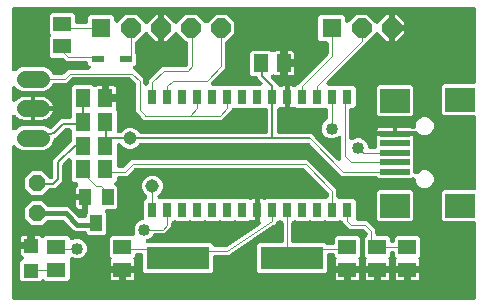
<source format=gbr>
G04 EAGLE Gerber RS-274X export*
G75*
%MOMM*%
%FSLAX34Y34*%
%LPD*%
%INTop Copper*%
%IPPOS*%
%AMOC8*
5,1,8,0,0,1.08239X$1,22.5*%
G01*
%ADD10R,0.762000X1.270000*%
%ADD11R,5.334000X1.930400*%
%ADD12R,1.500000X1.300000*%
%ADD13R,1.300000X1.500000*%
%ADD14R,1.200000X1.200000*%
%ADD15R,1.600000X1.300000*%
%ADD16C,1.422400*%
%ADD17R,1.300000X1.600000*%
%ADD18R,1.000000X1.400000*%
%ADD19R,1.625600X1.625600*%
%ADD20P,1.759533X8X112.500000*%
%ADD21R,2.500000X2.000000*%
%ADD22R,2.500000X0.500000*%
%ADD23R,1.050000X0.500000*%
%ADD24P,1.539592X8X292.500000*%
%ADD25C,0.050800*%
%ADD26C,1.016000*%
%ADD27C,0.152400*%
%ADD28C,1.143000*%
%ADD29C,0.457200*%

G36*
X595902Y168201D02*
X595902Y168201D01*
X595920Y168199D01*
X596102Y168220D01*
X596285Y168239D01*
X596302Y168244D01*
X596319Y168246D01*
X596494Y168303D01*
X596670Y168357D01*
X596685Y168365D01*
X596702Y168371D01*
X596862Y168461D01*
X597024Y168549D01*
X597037Y168560D01*
X597053Y168569D01*
X597192Y168689D01*
X597333Y168806D01*
X597344Y168820D01*
X597358Y168832D01*
X597470Y168977D01*
X597585Y169120D01*
X597593Y169136D01*
X597604Y169150D01*
X597686Y169315D01*
X597771Y169477D01*
X597776Y169494D01*
X597784Y169510D01*
X597831Y169689D01*
X597882Y169864D01*
X597884Y169882D01*
X597888Y169899D01*
X597915Y170230D01*
X597915Y232528D01*
X597913Y232546D01*
X597915Y232564D01*
X597894Y232746D01*
X597875Y232929D01*
X597870Y232946D01*
X597868Y232963D01*
X597811Y233138D01*
X597757Y233314D01*
X597749Y233329D01*
X597743Y233346D01*
X597653Y233506D01*
X597565Y233668D01*
X597554Y233681D01*
X597545Y233697D01*
X597425Y233836D01*
X597308Y233977D01*
X597294Y233988D01*
X597282Y234002D01*
X597137Y234114D01*
X596994Y234229D01*
X596978Y234237D01*
X596964Y234248D01*
X596799Y234330D01*
X596637Y234415D01*
X596620Y234420D01*
X596604Y234428D01*
X596425Y234475D01*
X596250Y234526D01*
X596232Y234528D01*
X596215Y234532D01*
X595884Y234559D01*
X570505Y234559D01*
X568719Y236345D01*
X568719Y258871D01*
X570505Y260657D01*
X595884Y260657D01*
X595902Y260659D01*
X595920Y260657D01*
X596102Y260678D01*
X596285Y260697D01*
X596302Y260702D01*
X596319Y260704D01*
X596494Y260761D01*
X596670Y260815D01*
X596685Y260823D01*
X596702Y260829D01*
X596862Y260919D01*
X597024Y261007D01*
X597037Y261018D01*
X597053Y261027D01*
X597192Y261147D01*
X597333Y261264D01*
X597344Y261278D01*
X597358Y261290D01*
X597470Y261435D01*
X597585Y261578D01*
X597593Y261594D01*
X597604Y261608D01*
X597686Y261773D01*
X597771Y261935D01*
X597776Y261952D01*
X597784Y261968D01*
X597831Y262147D01*
X597882Y262322D01*
X597884Y262340D01*
X597888Y262357D01*
X597915Y262688D01*
X597915Y322528D01*
X597913Y322546D01*
X597915Y322564D01*
X597894Y322746D01*
X597875Y322929D01*
X597870Y322946D01*
X597868Y322963D01*
X597811Y323138D01*
X597757Y323314D01*
X597749Y323329D01*
X597743Y323346D01*
X597653Y323506D01*
X597565Y323668D01*
X597554Y323681D01*
X597545Y323697D01*
X597425Y323836D01*
X597308Y323977D01*
X597294Y323988D01*
X597282Y324002D01*
X597137Y324114D01*
X596994Y324229D01*
X596978Y324237D01*
X596964Y324248D01*
X596799Y324330D01*
X596637Y324415D01*
X596620Y324420D01*
X596604Y324428D01*
X596425Y324475D01*
X596250Y324526D01*
X596232Y324528D01*
X596215Y324532D01*
X595884Y324559D01*
X570505Y324559D01*
X568719Y326345D01*
X568719Y348871D01*
X570505Y350657D01*
X595884Y350657D01*
X595902Y350659D01*
X595920Y350657D01*
X596102Y350678D01*
X596285Y350697D01*
X596302Y350702D01*
X596319Y350704D01*
X596494Y350761D01*
X596670Y350815D01*
X596685Y350823D01*
X596702Y350829D01*
X596862Y350919D01*
X597024Y351007D01*
X597037Y351018D01*
X597053Y351027D01*
X597192Y351147D01*
X597333Y351264D01*
X597344Y351278D01*
X597358Y351290D01*
X597470Y351435D01*
X597585Y351578D01*
X597593Y351594D01*
X597604Y351608D01*
X597686Y351773D01*
X597771Y351935D01*
X597776Y351952D01*
X597784Y351968D01*
X597831Y352147D01*
X597882Y352322D01*
X597884Y352340D01*
X597888Y352357D01*
X597915Y352688D01*
X597915Y413970D01*
X597913Y413988D01*
X597915Y414006D01*
X597894Y414188D01*
X597875Y414371D01*
X597870Y414388D01*
X597868Y414405D01*
X597811Y414580D01*
X597757Y414756D01*
X597749Y414771D01*
X597743Y414788D01*
X597653Y414947D01*
X597565Y415110D01*
X597554Y415123D01*
X597545Y415139D01*
X597425Y415278D01*
X597308Y415419D01*
X597294Y415430D01*
X597282Y415444D01*
X597137Y415556D01*
X596994Y415671D01*
X596978Y415679D01*
X596964Y415690D01*
X596799Y415772D01*
X596637Y415857D01*
X596620Y415862D01*
X596604Y415870D01*
X596425Y415917D01*
X596250Y415968D01*
X596232Y415970D01*
X596215Y415974D01*
X595884Y416001D01*
X206628Y416001D01*
X206610Y415999D01*
X206592Y416001D01*
X206410Y415980D01*
X206227Y415961D01*
X206210Y415956D01*
X206193Y415954D01*
X206018Y415897D01*
X205842Y415843D01*
X205827Y415835D01*
X205810Y415829D01*
X205650Y415739D01*
X205488Y415651D01*
X205475Y415640D01*
X205459Y415631D01*
X205320Y415511D01*
X205179Y415394D01*
X205168Y415380D01*
X205154Y415368D01*
X205042Y415223D01*
X204927Y415080D01*
X204919Y415064D01*
X204908Y415050D01*
X204826Y414885D01*
X204741Y414723D01*
X204736Y414706D01*
X204728Y414690D01*
X204681Y414511D01*
X204630Y414336D01*
X204628Y414318D01*
X204624Y414301D01*
X204597Y413970D01*
X204597Y363448D01*
X204598Y363439D01*
X204597Y363430D01*
X204618Y363238D01*
X204637Y363047D01*
X204639Y363039D01*
X204640Y363030D01*
X204698Y362846D01*
X204755Y362662D01*
X204759Y362655D01*
X204762Y362646D01*
X204855Y362478D01*
X204947Y362308D01*
X204952Y362302D01*
X204957Y362294D01*
X205082Y362146D01*
X205204Y361999D01*
X205211Y361994D01*
X205217Y361987D01*
X205369Y361867D01*
X205518Y361747D01*
X205526Y361743D01*
X205533Y361737D01*
X205705Y361650D01*
X205875Y361561D01*
X205884Y361559D01*
X205892Y361555D01*
X206078Y361503D01*
X206262Y361450D01*
X206271Y361449D01*
X206280Y361447D01*
X206472Y361433D01*
X206664Y361417D01*
X206672Y361418D01*
X206681Y361417D01*
X206874Y361442D01*
X207063Y361464D01*
X207072Y361467D01*
X207081Y361468D01*
X207264Y361529D01*
X207446Y361589D01*
X207454Y361593D01*
X207462Y361596D01*
X207628Y361691D01*
X207797Y361787D01*
X207804Y361793D01*
X207811Y361797D01*
X208064Y362012D01*
X209878Y363826D01*
X213613Y365373D01*
X231879Y365373D01*
X235614Y363826D01*
X238472Y360968D01*
X238968Y359769D01*
X238979Y359749D01*
X238986Y359728D01*
X239074Y359572D01*
X239159Y359414D01*
X239173Y359397D01*
X239184Y359377D01*
X239301Y359242D01*
X239415Y359103D01*
X239432Y359089D01*
X239447Y359072D01*
X239588Y358963D01*
X239728Y358850D01*
X239747Y358839D01*
X239765Y358826D01*
X239926Y358746D01*
X240084Y358663D01*
X240106Y358656D01*
X240126Y358646D01*
X240299Y358600D01*
X240471Y358550D01*
X240493Y358548D01*
X240514Y358542D01*
X240845Y358515D01*
X247339Y358515D01*
X247365Y358517D01*
X247392Y358515D01*
X247566Y358537D01*
X247739Y358555D01*
X247765Y358562D01*
X247791Y358566D01*
X247957Y358621D01*
X248124Y358673D01*
X248148Y358686D01*
X248173Y358694D01*
X248325Y358781D01*
X248478Y358865D01*
X248499Y358882D01*
X248522Y358895D01*
X248775Y359110D01*
X252632Y362967D01*
X269484Y362967D01*
X269493Y362968D01*
X269502Y362967D01*
X269693Y362988D01*
X269884Y363007D01*
X269893Y363009D01*
X269902Y363010D01*
X270084Y363068D01*
X270269Y363125D01*
X270277Y363129D01*
X270286Y363132D01*
X270454Y363225D01*
X270623Y363317D01*
X270630Y363322D01*
X270638Y363327D01*
X270786Y363452D01*
X270933Y363574D01*
X270938Y363581D01*
X270945Y363587D01*
X271065Y363739D01*
X271185Y363888D01*
X271189Y363896D01*
X271195Y363903D01*
X271282Y364075D01*
X271371Y364245D01*
X271373Y364254D01*
X271377Y364262D01*
X271429Y364448D01*
X271482Y364632D01*
X271483Y364641D01*
X271485Y364650D01*
X271499Y364842D01*
X271515Y365034D01*
X271514Y365042D01*
X271514Y365051D01*
X271490Y365244D01*
X271468Y365433D01*
X271465Y365442D01*
X271464Y365451D01*
X271403Y365633D01*
X271343Y365816D01*
X271339Y365824D01*
X271336Y365832D01*
X271240Y365998D01*
X271145Y366167D01*
X271139Y366174D01*
X271135Y366181D01*
X270920Y366434D01*
X269261Y368093D01*
X269261Y368554D01*
X269259Y368572D01*
X269261Y368590D01*
X269240Y368772D01*
X269221Y368955D01*
X269216Y368972D01*
X269214Y368989D01*
X269157Y369164D01*
X269103Y369340D01*
X269095Y369355D01*
X269089Y369372D01*
X268999Y369532D01*
X268911Y369694D01*
X268900Y369707D01*
X268891Y369723D01*
X268771Y369862D01*
X268654Y370003D01*
X268640Y370014D01*
X268628Y370028D01*
X268483Y370140D01*
X268340Y370255D01*
X268324Y370263D01*
X268310Y370274D01*
X268145Y370356D01*
X267983Y370441D01*
X267966Y370446D01*
X267950Y370454D01*
X267771Y370501D01*
X267596Y370552D01*
X267578Y370554D01*
X267561Y370558D01*
X267230Y370585D01*
X250600Y370585D01*
X248653Y372532D01*
X248632Y372549D01*
X248615Y372570D01*
X248477Y372677D01*
X248341Y372787D01*
X248318Y372800D01*
X248297Y372816D01*
X248140Y372894D01*
X247986Y372976D01*
X247960Y372984D01*
X247936Y372996D01*
X247767Y373041D01*
X247600Y373091D01*
X247573Y373093D01*
X247547Y373100D01*
X247217Y373127D01*
X238887Y373127D01*
X237101Y374913D01*
X237101Y390439D01*
X237402Y390740D01*
X237413Y390754D01*
X237427Y390765D01*
X237541Y390909D01*
X237657Y391051D01*
X237666Y391067D01*
X237677Y391081D01*
X237760Y391245D01*
X237846Y391407D01*
X237851Y391424D01*
X237859Y391440D01*
X237908Y391617D01*
X237961Y391793D01*
X237962Y391811D01*
X237967Y391828D01*
X237980Y392011D01*
X237997Y392194D01*
X237995Y392212D01*
X237996Y392229D01*
X237973Y392411D01*
X237954Y392594D01*
X237948Y392611D01*
X237946Y392629D01*
X237888Y392802D01*
X237832Y392978D01*
X237823Y392994D01*
X237818Y393010D01*
X237726Y393170D01*
X237637Y393330D01*
X237626Y393344D01*
X237617Y393359D01*
X237402Y393612D01*
X237101Y393913D01*
X237101Y409439D01*
X238887Y411225D01*
X256413Y411225D01*
X258199Y409439D01*
X258199Y403606D01*
X258201Y403588D01*
X258199Y403570D01*
X258220Y403388D01*
X258239Y403205D01*
X258244Y403188D01*
X258246Y403171D01*
X258303Y402996D01*
X258357Y402820D01*
X258365Y402805D01*
X258371Y402788D01*
X258461Y402628D01*
X258549Y402466D01*
X258560Y402453D01*
X258569Y402437D01*
X258689Y402298D01*
X258806Y402157D01*
X258820Y402146D01*
X258832Y402132D01*
X258977Y402020D01*
X259120Y401905D01*
X259136Y401897D01*
X259150Y401886D01*
X259315Y401804D01*
X259477Y401719D01*
X259494Y401714D01*
X259510Y401706D01*
X259689Y401659D01*
X259864Y401608D01*
X259882Y401606D01*
X259899Y401602D01*
X260230Y401575D01*
X267208Y401575D01*
X267226Y401577D01*
X267244Y401575D01*
X267426Y401596D01*
X267609Y401615D01*
X267626Y401620D01*
X267643Y401622D01*
X267818Y401679D01*
X267994Y401733D01*
X268009Y401741D01*
X268026Y401747D01*
X268186Y401837D01*
X268348Y401925D01*
X268361Y401936D01*
X268377Y401945D01*
X268516Y402065D01*
X268657Y402182D01*
X268668Y402196D01*
X268682Y402208D01*
X268794Y402353D01*
X268909Y402496D01*
X268917Y402512D01*
X268928Y402526D01*
X269010Y402691D01*
X269095Y402853D01*
X269100Y402870D01*
X269108Y402886D01*
X269155Y403065D01*
X269206Y403240D01*
X269208Y403258D01*
X269212Y403275D01*
X269239Y403606D01*
X269239Y407663D01*
X271025Y409449D01*
X289807Y409449D01*
X291593Y407663D01*
X291593Y404759D01*
X291594Y404750D01*
X291593Y404741D01*
X291614Y404548D01*
X291633Y404358D01*
X291635Y404350D01*
X291636Y404341D01*
X291694Y404157D01*
X291751Y403973D01*
X291755Y403965D01*
X291758Y403957D01*
X291851Y403788D01*
X291943Y403619D01*
X291948Y403612D01*
X291953Y403605D01*
X292077Y403458D01*
X292200Y403310D01*
X292207Y403304D01*
X292213Y403298D01*
X292364Y403179D01*
X292514Y403058D01*
X292522Y403054D01*
X292529Y403048D01*
X292702Y402960D01*
X292871Y402872D01*
X292880Y402870D01*
X292888Y402866D01*
X293074Y402814D01*
X293258Y402761D01*
X293267Y402760D01*
X293276Y402758D01*
X293469Y402744D01*
X293660Y402728D01*
X293668Y402729D01*
X293677Y402728D01*
X293870Y402753D01*
X294059Y402775D01*
X294068Y402778D01*
X294077Y402779D01*
X294259Y402840D01*
X294442Y402900D01*
X294450Y402904D01*
X294458Y402907D01*
X294625Y403003D01*
X294793Y403098D01*
X294800Y403103D01*
X294807Y403108D01*
X295060Y403323D01*
X301186Y409449D01*
X310446Y409449D01*
X317439Y402455D01*
X317453Y402444D01*
X317464Y402430D01*
X317608Y402317D01*
X317750Y402200D01*
X317766Y402192D01*
X317780Y402181D01*
X317944Y402098D01*
X318106Y402012D01*
X318123Y402007D01*
X318139Y401998D01*
X318316Y401949D01*
X318492Y401897D01*
X318510Y401895D01*
X318527Y401890D01*
X318710Y401877D01*
X318893Y401860D01*
X318911Y401862D01*
X318929Y401861D01*
X319110Y401884D01*
X319293Y401904D01*
X319310Y401909D01*
X319328Y401912D01*
X319501Y401970D01*
X319677Y402025D01*
X319693Y402034D01*
X319710Y402040D01*
X319869Y402132D01*
X320029Y402220D01*
X320043Y402232D01*
X320059Y402241D01*
X320312Y402455D01*
X326797Y408941D01*
X328677Y408941D01*
X328677Y398780D01*
X328678Y398762D01*
X328677Y398745D01*
X328698Y398562D01*
X328717Y398380D01*
X328722Y398363D01*
X328724Y398345D01*
X328749Y398267D01*
X328710Y398130D01*
X328708Y398112D01*
X328704Y398095D01*
X328677Y397764D01*
X328677Y387603D01*
X326797Y387603D01*
X320312Y394089D01*
X320298Y394100D01*
X320286Y394114D01*
X320142Y394227D01*
X320000Y394344D01*
X319984Y394352D01*
X319970Y394363D01*
X319806Y394447D01*
X319644Y394532D01*
X319627Y394537D01*
X319611Y394546D01*
X319434Y394595D01*
X319258Y394647D01*
X319241Y394649D01*
X319223Y394654D01*
X319040Y394667D01*
X318857Y394684D01*
X318840Y394682D01*
X318822Y394683D01*
X318640Y394660D01*
X318457Y394640D01*
X318440Y394635D01*
X318422Y394632D01*
X318249Y394574D01*
X318073Y394519D01*
X318058Y394510D01*
X318041Y394504D01*
X317881Y394412D01*
X317721Y394324D01*
X317707Y394312D01*
X317692Y394303D01*
X317439Y394089D01*
X310198Y386848D01*
X310172Y386833D01*
X310010Y386745D01*
X309997Y386734D01*
X309981Y386725D01*
X309842Y386605D01*
X309701Y386488D01*
X309690Y386474D01*
X309676Y386462D01*
X309564Y386317D01*
X309449Y386174D01*
X309441Y386158D01*
X309430Y386144D01*
X309347Y385978D01*
X309263Y385817D01*
X309258Y385800D01*
X309250Y385784D01*
X309203Y385605D01*
X309152Y385430D01*
X309150Y385412D01*
X309146Y385395D01*
X309119Y385064D01*
X309119Y377200D01*
X309121Y377174D01*
X309119Y377147D01*
X309141Y376973D01*
X309159Y376800D01*
X309166Y376774D01*
X309170Y376747D01*
X309225Y376582D01*
X309277Y376415D01*
X309290Y376391D01*
X309298Y376366D01*
X309385Y376214D01*
X309469Y376061D01*
X309486Y376040D01*
X309499Y376017D01*
X309714Y375764D01*
X309859Y375619D01*
X309859Y368093D01*
X307902Y366137D01*
X307891Y366123D01*
X307878Y366112D01*
X307764Y365967D01*
X307647Y365825D01*
X307639Y365810D01*
X307628Y365796D01*
X307545Y365632D01*
X307459Y365470D01*
X307454Y365453D01*
X307446Y365437D01*
X307396Y365260D01*
X307344Y365084D01*
X307342Y365066D01*
X307338Y365049D01*
X307324Y364866D01*
X307308Y364683D01*
X307310Y364665D01*
X307308Y364647D01*
X307331Y364465D01*
X307351Y364283D01*
X307356Y364266D01*
X307359Y364248D01*
X307417Y364074D01*
X307472Y363899D01*
X307481Y363883D01*
X307487Y363866D01*
X307579Y363707D01*
X307667Y363546D01*
X307679Y363533D01*
X307688Y363517D01*
X307902Y363264D01*
X316231Y354936D01*
X316231Y351330D01*
X316233Y351312D01*
X316231Y351294D01*
X316252Y351112D01*
X316271Y350929D01*
X316276Y350912D01*
X316278Y350895D01*
X316335Y350720D01*
X316389Y350544D01*
X316397Y350529D01*
X316403Y350512D01*
X316493Y350352D01*
X316581Y350190D01*
X316592Y350177D01*
X316601Y350161D01*
X316721Y350022D01*
X316838Y349881D01*
X316852Y349870D01*
X316864Y349856D01*
X317009Y349744D01*
X317152Y349629D01*
X317168Y349621D01*
X317182Y349610D01*
X317347Y349528D01*
X317509Y349443D01*
X317526Y349438D01*
X317542Y349430D01*
X317721Y349383D01*
X317896Y349332D01*
X317914Y349330D01*
X317931Y349326D01*
X318262Y349299D01*
X318516Y349299D01*
X318534Y349301D01*
X318552Y349299D01*
X318734Y349320D01*
X318917Y349339D01*
X318934Y349344D01*
X318951Y349346D01*
X319126Y349403D01*
X319302Y349457D01*
X319317Y349465D01*
X319334Y349471D01*
X319494Y349561D01*
X319656Y349649D01*
X319669Y349660D01*
X319685Y349669D01*
X319824Y349789D01*
X319965Y349906D01*
X319976Y349920D01*
X319990Y349932D01*
X320102Y350077D01*
X320217Y350220D01*
X320225Y350236D01*
X320236Y350250D01*
X320318Y350415D01*
X320403Y350577D01*
X320408Y350594D01*
X320416Y350610D01*
X320463Y350788D01*
X320514Y350964D01*
X320516Y350982D01*
X320520Y350999D01*
X320547Y351330D01*
X320547Y353666D01*
X331880Y364999D01*
X351359Y364999D01*
X351385Y365001D01*
X351412Y364999D01*
X351586Y365021D01*
X351759Y365039D01*
X351785Y365046D01*
X351811Y365050D01*
X351977Y365105D01*
X352144Y365157D01*
X352168Y365170D01*
X352193Y365178D01*
X352345Y365265D01*
X352498Y365349D01*
X352519Y365366D01*
X352542Y365379D01*
X352795Y365594D01*
X353734Y366533D01*
X353751Y366554D01*
X353772Y366571D01*
X353879Y366709D01*
X353989Y366845D01*
X354002Y366868D01*
X354018Y366889D01*
X354096Y367046D01*
X354178Y367200D01*
X354186Y367226D01*
X354198Y367250D01*
X354243Y367419D01*
X354293Y367586D01*
X354295Y367613D01*
X354302Y367639D01*
X354329Y367969D01*
X354329Y385064D01*
X354327Y385082D01*
X354329Y385100D01*
X354308Y385282D01*
X354289Y385465D01*
X354284Y385482D01*
X354282Y385499D01*
X354225Y385674D01*
X354171Y385850D01*
X354163Y385865D01*
X354157Y385882D01*
X354067Y386042D01*
X353979Y386204D01*
X353968Y386217D01*
X353959Y386233D01*
X353839Y386372D01*
X353722Y386513D01*
X353708Y386524D01*
X353696Y386538D01*
X353551Y386650D01*
X353408Y386765D01*
X353392Y386773D01*
X353378Y386784D01*
X353213Y386866D01*
X353051Y386951D01*
X353034Y386956D01*
X353018Y386964D01*
X352839Y387011D01*
X352664Y387062D01*
X352646Y387064D01*
X352629Y387068D01*
X352298Y387095D01*
X351986Y387095D01*
X344993Y394089D01*
X344979Y394100D01*
X344968Y394114D01*
X344824Y394227D01*
X344682Y394344D01*
X344666Y394352D01*
X344652Y394363D01*
X344487Y394447D01*
X344326Y394532D01*
X344309Y394537D01*
X344293Y394546D01*
X344115Y394595D01*
X343940Y394647D01*
X343922Y394649D01*
X343905Y394654D01*
X343722Y394667D01*
X343539Y394684D01*
X343521Y394682D01*
X343503Y394683D01*
X343321Y394660D01*
X343139Y394640D01*
X343122Y394635D01*
X343104Y394632D01*
X342930Y394574D01*
X342755Y394519D01*
X342739Y394510D01*
X342722Y394504D01*
X342563Y394412D01*
X342403Y394324D01*
X342389Y394312D01*
X342373Y394303D01*
X342120Y394089D01*
X335635Y387603D01*
X333755Y387603D01*
X333755Y397764D01*
X333753Y397782D01*
X333755Y397799D01*
X333734Y397982D01*
X333715Y398164D01*
X333710Y398181D01*
X333708Y398199D01*
X333683Y398277D01*
X333722Y398414D01*
X333724Y398432D01*
X333728Y398449D01*
X333755Y398780D01*
X333755Y408941D01*
X335635Y408941D01*
X342120Y402455D01*
X342134Y402444D01*
X342146Y402430D01*
X342290Y402317D01*
X342432Y402200D01*
X342448Y402192D01*
X342462Y402181D01*
X342626Y402098D01*
X342788Y402012D01*
X342805Y402007D01*
X342821Y401998D01*
X342998Y401949D01*
X343174Y401897D01*
X343191Y401895D01*
X343209Y401890D01*
X343392Y401877D01*
X343575Y401860D01*
X343592Y401862D01*
X343610Y401861D01*
X343792Y401884D01*
X343975Y401904D01*
X343992Y401909D01*
X344010Y401912D01*
X344183Y401970D01*
X344359Y402025D01*
X344374Y402034D01*
X344391Y402040D01*
X344551Y402132D01*
X344711Y402220D01*
X344724Y402232D01*
X344740Y402241D01*
X344993Y402455D01*
X351986Y409449D01*
X361246Y409449D01*
X367880Y402815D01*
X367893Y402803D01*
X367905Y402790D01*
X368049Y402676D01*
X368191Y402560D01*
X368207Y402551D01*
X368221Y402540D01*
X368385Y402457D01*
X368547Y402371D01*
X368564Y402366D01*
X368580Y402358D01*
X368757Y402308D01*
X368933Y402256D01*
X368951Y402254D01*
X368968Y402250D01*
X369151Y402236D01*
X369334Y402220D01*
X369352Y402222D01*
X369369Y402220D01*
X369551Y402243D01*
X369734Y402263D01*
X369751Y402269D01*
X369769Y402271D01*
X369942Y402329D01*
X370118Y402385D01*
X370134Y402393D01*
X370150Y402399D01*
X370310Y402491D01*
X370470Y402579D01*
X370484Y402591D01*
X370499Y402600D01*
X370752Y402815D01*
X377386Y409449D01*
X386646Y409449D01*
X393193Y402902D01*
X393193Y393642D01*
X386398Y386848D01*
X386372Y386833D01*
X386210Y386745D01*
X386197Y386734D01*
X386181Y386725D01*
X386042Y386605D01*
X385901Y386488D01*
X385890Y386474D01*
X385876Y386462D01*
X385764Y386317D01*
X385649Y386174D01*
X385641Y386158D01*
X385630Y386144D01*
X385547Y385978D01*
X385463Y385817D01*
X385458Y385800D01*
X385450Y385784D01*
X385403Y385605D01*
X385352Y385430D01*
X385350Y385412D01*
X385346Y385395D01*
X385319Y385064D01*
X385319Y364392D01*
X382789Y361862D01*
X373693Y352766D01*
X373687Y352759D01*
X373681Y352754D01*
X373560Y352604D01*
X373438Y352455D01*
X373434Y352447D01*
X373428Y352440D01*
X373340Y352270D01*
X373249Y352099D01*
X373247Y352090D01*
X373243Y352083D01*
X373189Y351897D01*
X373135Y351713D01*
X373134Y351704D01*
X373131Y351696D01*
X373116Y351504D01*
X373098Y351312D01*
X373099Y351303D01*
X373098Y351294D01*
X373121Y351105D01*
X373142Y350912D01*
X373144Y350903D01*
X373145Y350895D01*
X373205Y350713D01*
X373263Y350528D01*
X373267Y350520D01*
X373270Y350512D01*
X373366Y350342D01*
X373458Y350176D01*
X373464Y350169D01*
X373468Y350161D01*
X373594Y350015D01*
X373718Y349869D01*
X373725Y349863D01*
X373731Y349856D01*
X373884Y349738D01*
X374034Y349619D01*
X374042Y349615D01*
X374049Y349610D01*
X374221Y349524D01*
X374393Y349437D01*
X374402Y349434D01*
X374410Y349430D01*
X374596Y349380D01*
X374781Y349329D01*
X374790Y349328D01*
X374799Y349326D01*
X375129Y349299D01*
X379758Y349299D01*
X379875Y349203D01*
X379891Y349194D01*
X379905Y349183D01*
X380069Y349100D01*
X380231Y349014D01*
X380248Y349009D01*
X380264Y349001D01*
X380441Y348952D01*
X380617Y348899D01*
X380635Y348898D01*
X380652Y348893D01*
X380835Y348880D01*
X381018Y348863D01*
X381036Y348865D01*
X381053Y348864D01*
X381235Y348887D01*
X381418Y348906D01*
X381435Y348912D01*
X381453Y348914D01*
X381626Y348972D01*
X381802Y349028D01*
X381818Y349037D01*
X381835Y349042D01*
X381994Y349134D01*
X382154Y349223D01*
X382168Y349234D01*
X382183Y349243D01*
X382249Y349299D01*
X392458Y349299D01*
X392575Y349203D01*
X392591Y349194D01*
X392605Y349183D01*
X392769Y349100D01*
X392931Y349014D01*
X392948Y349009D01*
X392964Y349001D01*
X393141Y348952D01*
X393317Y348899D01*
X393335Y348898D01*
X393352Y348893D01*
X393535Y348880D01*
X393718Y348863D01*
X393736Y348865D01*
X393753Y348864D01*
X393935Y348887D01*
X394118Y348906D01*
X394135Y348912D01*
X394153Y348914D01*
X394326Y348972D01*
X394502Y349028D01*
X394518Y349037D01*
X394535Y349042D01*
X394694Y349134D01*
X394854Y349223D01*
X394868Y349234D01*
X394883Y349243D01*
X394949Y349299D01*
X405158Y349299D01*
X405275Y349203D01*
X405291Y349194D01*
X405305Y349183D01*
X405469Y349100D01*
X405631Y349014D01*
X405648Y349009D01*
X405664Y349001D01*
X405841Y348952D01*
X406017Y348899D01*
X406035Y348898D01*
X406052Y348893D01*
X406235Y348880D01*
X406418Y348863D01*
X406436Y348865D01*
X406453Y348864D01*
X406635Y348887D01*
X406818Y348906D01*
X406835Y348912D01*
X406853Y348914D01*
X407026Y348972D01*
X407202Y349028D01*
X407218Y349037D01*
X407235Y349042D01*
X407394Y349134D01*
X407554Y349223D01*
X407568Y349234D01*
X407583Y349243D01*
X407649Y349299D01*
X415108Y349299D01*
X415117Y349300D01*
X415126Y349299D01*
X415319Y349320D01*
X415509Y349339D01*
X415517Y349341D01*
X415526Y349342D01*
X415711Y349401D01*
X415894Y349457D01*
X415902Y349461D01*
X415910Y349464D01*
X416078Y349557D01*
X416248Y349649D01*
X416255Y349654D01*
X416262Y349659D01*
X416410Y349783D01*
X416557Y349906D01*
X416563Y349913D01*
X416569Y349919D01*
X416689Y350071D01*
X416809Y350220D01*
X416814Y350228D01*
X416819Y350235D01*
X416907Y350408D01*
X416995Y350577D01*
X416997Y350586D01*
X417001Y350594D01*
X417053Y350780D01*
X417106Y350964D01*
X417107Y350973D01*
X417109Y350982D01*
X417124Y351175D01*
X417139Y351366D01*
X417138Y351374D01*
X417139Y351383D01*
X417115Y351575D01*
X417092Y351765D01*
X417090Y351774D01*
X417088Y351783D01*
X417027Y351965D01*
X416967Y352148D01*
X416963Y352156D01*
X416960Y352164D01*
X416864Y352331D01*
X416770Y352499D01*
X416764Y352506D01*
X416759Y352513D01*
X416545Y352766D01*
X414451Y354860D01*
X414391Y354909D01*
X414309Y354989D01*
X413194Y355911D01*
X413184Y355940D01*
X413150Y356000D01*
X413123Y356064D01*
X413102Y356096D01*
X413099Y356121D01*
X413094Y356138D01*
X413092Y356155D01*
X413035Y356330D01*
X412981Y356506D01*
X412973Y356521D01*
X412967Y356538D01*
X412877Y356698D01*
X412789Y356860D01*
X412778Y356873D01*
X412769Y356889D01*
X412649Y357028D01*
X412532Y357169D01*
X412518Y357180D01*
X412506Y357194D01*
X412361Y357306D01*
X412218Y357421D01*
X412202Y357429D01*
X412188Y357440D01*
X412023Y357522D01*
X411861Y357607D01*
X411844Y357612D01*
X411828Y357620D01*
X411649Y357667D01*
X411474Y357718D01*
X411456Y357720D01*
X411439Y357724D01*
X411108Y357751D01*
X408187Y357751D01*
X406401Y359537D01*
X406401Y377063D01*
X408187Y378849D01*
X423713Y378849D01*
X424417Y378144D01*
X424537Y378046D01*
X424653Y377942D01*
X424693Y377918D01*
X424729Y377889D01*
X424866Y377816D01*
X425000Y377737D01*
X425044Y377722D01*
X425085Y377700D01*
X425233Y377656D01*
X425380Y377605D01*
X425426Y377599D01*
X425471Y377586D01*
X425625Y377572D01*
X425779Y377550D01*
X425825Y377553D01*
X425872Y377549D01*
X426026Y377566D01*
X426180Y377576D01*
X426225Y377588D01*
X426272Y377593D01*
X426420Y377639D01*
X426569Y377679D01*
X426617Y377702D01*
X426656Y377714D01*
X426732Y377756D01*
X426869Y377821D01*
X427469Y378168D01*
X428115Y378341D01*
X431701Y378341D01*
X431701Y369518D01*
X431702Y369500D01*
X431701Y369483D01*
X431722Y369300D01*
X431741Y369118D01*
X431746Y369101D01*
X431748Y369083D01*
X431805Y368908D01*
X431859Y368733D01*
X431867Y368717D01*
X431873Y368700D01*
X431963Y368540D01*
X432050Y368379D01*
X432062Y368365D01*
X432071Y368349D01*
X432116Y368297D01*
X432031Y368192D01*
X432023Y368176D01*
X432012Y368162D01*
X431930Y367997D01*
X431845Y367834D01*
X431840Y367817D01*
X431832Y367801D01*
X431784Y367623D01*
X431734Y367448D01*
X431732Y367430D01*
X431728Y367413D01*
X431701Y367082D01*
X431701Y358259D01*
X428115Y358259D01*
X427469Y358432D01*
X427078Y358658D01*
X426953Y358715D01*
X426832Y358779D01*
X426770Y358797D01*
X426712Y358824D01*
X426578Y358855D01*
X426446Y358894D01*
X426382Y358900D01*
X426319Y358914D01*
X426182Y358918D01*
X426045Y358930D01*
X425981Y358923D01*
X425917Y358925D01*
X425781Y358901D01*
X425645Y358887D01*
X425584Y358867D01*
X425520Y358856D01*
X425392Y358807D01*
X425261Y358765D01*
X425205Y358734D01*
X425145Y358711D01*
X425029Y358637D01*
X424909Y358570D01*
X424859Y358529D01*
X424805Y358494D01*
X424706Y358399D01*
X424602Y358310D01*
X424562Y358259D01*
X424515Y358215D01*
X424437Y358102D01*
X424352Y357994D01*
X424323Y357937D01*
X424286Y357884D01*
X424232Y357757D01*
X424170Y357635D01*
X424152Y357573D01*
X424127Y357514D01*
X424099Y357379D01*
X424062Y357247D01*
X424057Y357183D01*
X424044Y357120D01*
X424042Y356983D01*
X424032Y356846D01*
X424040Y356782D01*
X424040Y356717D01*
X424065Y356583D01*
X424083Y356446D01*
X424103Y356385D01*
X424115Y356322D01*
X424167Y356195D01*
X424211Y356064D01*
X424243Y356009D01*
X424267Y355949D01*
X424343Y355834D01*
X424412Y355716D01*
X424460Y355659D01*
X424490Y355614D01*
X424546Y355557D01*
X424627Y355463D01*
X426434Y353656D01*
X429363Y350726D01*
X429365Y350720D01*
X429419Y350544D01*
X429427Y350529D01*
X429433Y350512D01*
X429523Y350352D01*
X429611Y350190D01*
X429622Y350177D01*
X429631Y350161D01*
X429751Y350022D01*
X429868Y349881D01*
X429882Y349870D01*
X429894Y349856D01*
X430039Y349744D01*
X430182Y349629D01*
X430198Y349621D01*
X430212Y349610D01*
X430891Y348931D01*
X431011Y348833D01*
X431126Y348729D01*
X431166Y348705D01*
X431202Y348676D01*
X431339Y348603D01*
X431473Y348524D01*
X431517Y348509D01*
X431558Y348487D01*
X431707Y348443D01*
X431853Y348392D01*
X431899Y348386D01*
X431944Y348372D01*
X432098Y348358D01*
X432252Y348337D01*
X432298Y348340D01*
X432345Y348336D01*
X432499Y348353D01*
X432654Y348362D01*
X432699Y348374D01*
X432745Y348379D01*
X432893Y348426D01*
X433043Y348466D01*
X433090Y348489D01*
X433129Y348501D01*
X433205Y348543D01*
X433343Y348608D01*
X433359Y348618D01*
X434005Y348791D01*
X436119Y348791D01*
X436119Y339900D01*
X436119Y331009D01*
X434005Y331009D01*
X433359Y331182D01*
X433343Y331192D01*
X433201Y331256D01*
X433063Y331326D01*
X433018Y331339D01*
X432976Y331358D01*
X432825Y331392D01*
X432675Y331434D01*
X432629Y331437D01*
X432583Y331448D01*
X432429Y331452D01*
X432274Y331463D01*
X432227Y331458D01*
X432181Y331459D01*
X432028Y331432D01*
X431874Y331413D01*
X431830Y331398D01*
X431784Y331390D01*
X431640Y331334D01*
X431493Y331285D01*
X431452Y331262D01*
X431409Y331245D01*
X431278Y331161D01*
X431144Y331084D01*
X431104Y331050D01*
X431069Y331028D01*
X431007Y330968D01*
X430891Y330869D01*
X430197Y330176D01*
X430152Y330151D01*
X430139Y330140D01*
X430123Y330131D01*
X429984Y330011D01*
X429843Y329894D01*
X429832Y329880D01*
X429818Y329868D01*
X429706Y329723D01*
X429591Y329580D01*
X429583Y329564D01*
X429572Y329550D01*
X429490Y329385D01*
X429405Y329223D01*
X429400Y329206D01*
X429392Y329190D01*
X429345Y329011D01*
X429294Y328836D01*
X429292Y328818D01*
X429288Y328801D01*
X429261Y328470D01*
X429261Y310642D01*
X429263Y310624D01*
X429261Y310606D01*
X429282Y310424D01*
X429301Y310241D01*
X429306Y310224D01*
X429308Y310207D01*
X429365Y310032D01*
X429419Y309856D01*
X429427Y309841D01*
X429433Y309824D01*
X429523Y309664D01*
X429611Y309502D01*
X429622Y309489D01*
X429631Y309473D01*
X429751Y309334D01*
X429868Y309193D01*
X429882Y309182D01*
X429894Y309168D01*
X430039Y309056D01*
X430182Y308941D01*
X430198Y308933D01*
X430212Y308922D01*
X430377Y308840D01*
X430539Y308755D01*
X430556Y308750D01*
X430572Y308742D01*
X430751Y308695D01*
X430926Y308644D01*
X430944Y308642D01*
X430961Y308638D01*
X431292Y308611D01*
X458778Y308611D01*
X461022Y306368D01*
X461033Y306274D01*
X461051Y306101D01*
X461058Y306075D01*
X461062Y306049D01*
X461117Y305883D01*
X461169Y305716D01*
X461182Y305692D01*
X461190Y305667D01*
X461277Y305515D01*
X461361Y305362D01*
X461378Y305341D01*
X461391Y305318D01*
X461606Y305065D01*
X480402Y286269D01*
X480409Y286263D01*
X480414Y286257D01*
X480564Y286136D01*
X480713Y286014D01*
X480721Y286010D01*
X480728Y286004D01*
X480898Y285916D01*
X481069Y285825D01*
X481078Y285823D01*
X481085Y285819D01*
X481270Y285766D01*
X481455Y285711D01*
X481464Y285710D01*
X481472Y285707D01*
X481664Y285692D01*
X481856Y285674D01*
X481865Y285675D01*
X481874Y285674D01*
X482063Y285697D01*
X482256Y285718D01*
X482265Y285720D01*
X482273Y285721D01*
X482455Y285781D01*
X482640Y285839D01*
X482648Y285843D01*
X482656Y285846D01*
X482825Y285941D01*
X482992Y286034D01*
X482999Y286040D01*
X483007Y286044D01*
X483152Y286169D01*
X483299Y286294D01*
X483305Y286301D01*
X483312Y286307D01*
X483429Y286459D01*
X483549Y286610D01*
X483553Y286618D01*
X483558Y286625D01*
X483644Y286797D01*
X483731Y286969D01*
X483734Y286978D01*
X483738Y286986D01*
X483788Y287172D01*
X483839Y287357D01*
X483840Y287366D01*
X483842Y287375D01*
X483869Y287705D01*
X483869Y304910D01*
X483868Y304919D01*
X483869Y304927D01*
X483849Y305118D01*
X483829Y305310D01*
X483827Y305319D01*
X483826Y305328D01*
X483768Y305511D01*
X483711Y305695D01*
X483707Y305703D01*
X483704Y305712D01*
X483611Y305880D01*
X483519Y306049D01*
X483514Y306056D01*
X483509Y306064D01*
X483385Y306211D01*
X483262Y306358D01*
X483255Y306364D01*
X483249Y306371D01*
X483098Y306490D01*
X482948Y306611D01*
X482940Y306615D01*
X482933Y306620D01*
X482760Y306708D01*
X482591Y306796D01*
X482582Y306799D01*
X482574Y306803D01*
X482387Y306855D01*
X482204Y306908D01*
X482195Y306908D01*
X482186Y306911D01*
X481994Y306925D01*
X481802Y306941D01*
X481794Y306940D01*
X481785Y306940D01*
X481593Y306916D01*
X481403Y306894D01*
X481394Y306891D01*
X481385Y306890D01*
X481203Y306829D01*
X481020Y306769D01*
X481012Y306764D01*
X481004Y306762D01*
X480836Y306665D01*
X480669Y306571D01*
X480662Y306565D01*
X480655Y306561D01*
X480402Y306346D01*
X480093Y306037D01*
X477105Y304799D01*
X473871Y304799D01*
X470883Y306037D01*
X468597Y308323D01*
X467359Y311311D01*
X467359Y314545D01*
X468597Y317533D01*
X470883Y319819D01*
X470931Y319839D01*
X470951Y319850D01*
X470972Y319856D01*
X471129Y319945D01*
X471286Y320029D01*
X471303Y320043D01*
X471323Y320054D01*
X471458Y320171D01*
X471597Y320286D01*
X471611Y320303D01*
X471628Y320318D01*
X471737Y320459D01*
X471850Y320598D01*
X471861Y320618D01*
X471874Y320636D01*
X471954Y320796D01*
X472037Y320955D01*
X472044Y320976D01*
X472054Y320996D01*
X472100Y321170D01*
X472150Y321341D01*
X472152Y321363D01*
X472158Y321385D01*
X472185Y321716D01*
X472185Y328652D01*
X472183Y328678D01*
X472185Y328705D01*
X472163Y328879D01*
X472145Y329052D01*
X472138Y329078D01*
X472134Y329105D01*
X472079Y329270D01*
X472027Y329437D01*
X472014Y329461D01*
X472006Y329486D01*
X471919Y329638D01*
X471835Y329791D01*
X471818Y329812D01*
X471805Y329835D01*
X471590Y330088D01*
X471336Y330342D01*
X471322Y330353D01*
X471311Y330367D01*
X471167Y330481D01*
X471025Y330597D01*
X471009Y330606D01*
X470995Y330617D01*
X470831Y330700D01*
X470669Y330786D01*
X470652Y330791D01*
X470636Y330799D01*
X470459Y330848D01*
X470283Y330901D01*
X470265Y330902D01*
X470248Y330907D01*
X470065Y330920D01*
X469882Y330937D01*
X469864Y330935D01*
X469847Y330936D01*
X469665Y330913D01*
X469482Y330894D01*
X469465Y330888D01*
X469447Y330886D01*
X469274Y330828D01*
X469098Y330772D01*
X469082Y330763D01*
X469065Y330758D01*
X468906Y330666D01*
X468746Y330577D01*
X468732Y330566D01*
X468717Y330557D01*
X468651Y330501D01*
X458442Y330501D01*
X458325Y330597D01*
X458309Y330606D01*
X458295Y330617D01*
X458131Y330700D01*
X457969Y330786D01*
X457952Y330791D01*
X457936Y330799D01*
X457759Y330848D01*
X457583Y330901D01*
X457565Y330902D01*
X457548Y330907D01*
X457365Y330920D01*
X457182Y330937D01*
X457164Y330935D01*
X457147Y330936D01*
X456965Y330913D01*
X456782Y330894D01*
X456765Y330888D01*
X456747Y330886D01*
X456574Y330828D01*
X456398Y330772D01*
X456382Y330763D01*
X456365Y330758D01*
X456206Y330666D01*
X456046Y330577D01*
X456032Y330566D01*
X456017Y330557D01*
X455951Y330501D01*
X445777Y330501D01*
X445409Y330869D01*
X445289Y330967D01*
X445174Y331071D01*
X445134Y331095D01*
X445098Y331124D01*
X444961Y331197D01*
X444827Y331276D01*
X444783Y331291D01*
X444742Y331313D01*
X444593Y331357D01*
X444447Y331408D01*
X444401Y331414D01*
X444356Y331428D01*
X444202Y331442D01*
X444048Y331463D01*
X444002Y331460D01*
X443955Y331464D01*
X443801Y331447D01*
X443646Y331438D01*
X443601Y331426D01*
X443555Y331421D01*
X443407Y331374D01*
X443257Y331334D01*
X443210Y331311D01*
X443171Y331299D01*
X443095Y331257D01*
X442957Y331192D01*
X442941Y331182D01*
X442295Y331009D01*
X440181Y331009D01*
X440181Y339900D01*
X440181Y348791D01*
X442295Y348791D01*
X442941Y348618D01*
X442957Y348608D01*
X443099Y348544D01*
X443237Y348474D01*
X443282Y348461D01*
X443324Y348442D01*
X443475Y348408D01*
X443625Y348366D01*
X443671Y348363D01*
X443717Y348352D01*
X443871Y348348D01*
X444026Y348337D01*
X444073Y348342D01*
X444119Y348341D01*
X444272Y348368D01*
X444426Y348387D01*
X444470Y348402D01*
X444516Y348410D01*
X444660Y348466D01*
X444807Y348515D01*
X444848Y348538D01*
X444891Y348555D01*
X445022Y348639D01*
X445156Y348716D01*
X445196Y348750D01*
X445231Y348772D01*
X445293Y348832D01*
X445409Y348931D01*
X445806Y349328D01*
X445917Y349339D01*
X445934Y349344D01*
X445951Y349346D01*
X446126Y349403D01*
X446302Y349457D01*
X446317Y349465D01*
X446334Y349471D01*
X446494Y349561D01*
X446656Y349649D01*
X446669Y349660D01*
X446685Y349669D01*
X446824Y349789D01*
X446965Y349906D01*
X446976Y349920D01*
X446990Y349932D01*
X447102Y350077D01*
X447217Y350220D01*
X447225Y350236D01*
X447236Y350250D01*
X447293Y350364D01*
X472352Y375423D01*
X472369Y375444D01*
X472390Y375461D01*
X472497Y375599D01*
X472607Y375735D01*
X472620Y375758D01*
X472636Y375779D01*
X472714Y375936D01*
X472796Y376090D01*
X472804Y376116D01*
X472816Y376140D01*
X472861Y376309D01*
X472911Y376476D01*
X472913Y376503D01*
X472920Y376529D01*
X472947Y376859D01*
X472947Y385064D01*
X472945Y385082D01*
X472947Y385100D01*
X472926Y385282D01*
X472907Y385465D01*
X472902Y385482D01*
X472900Y385499D01*
X472843Y385674D01*
X472789Y385850D01*
X472781Y385865D01*
X472775Y385882D01*
X472685Y386042D01*
X472597Y386204D01*
X472586Y386217D01*
X472577Y386233D01*
X472457Y386372D01*
X472340Y386513D01*
X472326Y386524D01*
X472314Y386538D01*
X472169Y386650D01*
X472026Y386765D01*
X472010Y386773D01*
X471996Y386784D01*
X471831Y386866D01*
X471669Y386951D01*
X471652Y386956D01*
X471636Y386964D01*
X471457Y387011D01*
X471282Y387062D01*
X471264Y387064D01*
X471247Y387068D01*
X470916Y387095D01*
X466097Y387095D01*
X464311Y388881D01*
X464311Y407663D01*
X466097Y409449D01*
X484879Y409449D01*
X486665Y407663D01*
X486665Y404759D01*
X486666Y404750D01*
X486665Y404741D01*
X486686Y404548D01*
X486705Y404358D01*
X486707Y404350D01*
X486708Y404341D01*
X486766Y404157D01*
X486823Y403973D01*
X486827Y403965D01*
X486830Y403957D01*
X486923Y403788D01*
X487015Y403619D01*
X487020Y403612D01*
X487025Y403605D01*
X487149Y403458D01*
X487272Y403310D01*
X487279Y403304D01*
X487285Y403298D01*
X487436Y403179D01*
X487586Y403058D01*
X487594Y403054D01*
X487601Y403048D01*
X487774Y402960D01*
X487943Y402872D01*
X487952Y402870D01*
X487960Y402866D01*
X488146Y402814D01*
X488330Y402761D01*
X488339Y402760D01*
X488348Y402758D01*
X488541Y402744D01*
X488732Y402728D01*
X488740Y402729D01*
X488749Y402728D01*
X488942Y402753D01*
X489131Y402775D01*
X489140Y402778D01*
X489149Y402779D01*
X489331Y402840D01*
X489514Y402900D01*
X489522Y402904D01*
X489530Y402907D01*
X489697Y403003D01*
X489865Y403098D01*
X489872Y403103D01*
X489879Y403108D01*
X490132Y403323D01*
X496258Y409449D01*
X505518Y409449D01*
X512511Y402455D01*
X512525Y402444D01*
X512536Y402430D01*
X512680Y402317D01*
X512822Y402200D01*
X512838Y402192D01*
X512852Y402181D01*
X513016Y402098D01*
X513178Y402012D01*
X513195Y402007D01*
X513211Y401998D01*
X513388Y401949D01*
X513564Y401897D01*
X513582Y401895D01*
X513599Y401890D01*
X513782Y401877D01*
X513965Y401860D01*
X513983Y401862D01*
X514001Y401861D01*
X514182Y401884D01*
X514365Y401904D01*
X514382Y401909D01*
X514400Y401912D01*
X514573Y401970D01*
X514749Y402025D01*
X514765Y402034D01*
X514782Y402040D01*
X514941Y402132D01*
X515101Y402220D01*
X515115Y402232D01*
X515131Y402241D01*
X515384Y402455D01*
X521869Y408941D01*
X523749Y408941D01*
X523749Y398780D01*
X523750Y398762D01*
X523749Y398745D01*
X523770Y398562D01*
X523789Y398380D01*
X523794Y398363D01*
X523796Y398345D01*
X523821Y398267D01*
X523782Y398130D01*
X523780Y398112D01*
X523776Y398095D01*
X523749Y397764D01*
X523749Y387603D01*
X521869Y387603D01*
X515384Y394089D01*
X515370Y394100D01*
X515358Y394114D01*
X515214Y394227D01*
X515072Y394344D01*
X515056Y394352D01*
X515042Y394363D01*
X514878Y394447D01*
X514716Y394532D01*
X514699Y394537D01*
X514683Y394546D01*
X514506Y394595D01*
X514330Y394647D01*
X514313Y394649D01*
X514295Y394654D01*
X514112Y394667D01*
X513929Y394684D01*
X513912Y394682D01*
X513894Y394683D01*
X513712Y394660D01*
X513529Y394640D01*
X513512Y394635D01*
X513494Y394632D01*
X513321Y394574D01*
X513145Y394519D01*
X513130Y394510D01*
X513113Y394504D01*
X512953Y394412D01*
X512793Y394324D01*
X512779Y394312D01*
X512764Y394303D01*
X512511Y394089D01*
X505548Y387125D01*
X505531Y387105D01*
X505510Y387087D01*
X505403Y386949D01*
X505293Y386814D01*
X505280Y386790D01*
X505264Y386769D01*
X505186Y386612D01*
X505104Y386458D01*
X505096Y386433D01*
X505084Y386409D01*
X505039Y386239D01*
X504989Y386072D01*
X504987Y386046D01*
X504980Y386020D01*
X504979Y386008D01*
X502423Y383452D01*
X471737Y352766D01*
X471731Y352759D01*
X471725Y352754D01*
X471604Y352604D01*
X471482Y352455D01*
X471478Y352447D01*
X471472Y352440D01*
X471383Y352269D01*
X471293Y352099D01*
X471291Y352091D01*
X471287Y352083D01*
X471233Y351895D01*
X471179Y351713D01*
X471178Y351704D01*
X471175Y351696D01*
X471160Y351504D01*
X471142Y351312D01*
X471143Y351303D01*
X471142Y351294D01*
X471165Y351105D01*
X471186Y350912D01*
X471188Y350903D01*
X471189Y350895D01*
X471249Y350713D01*
X471307Y350528D01*
X471311Y350520D01*
X471314Y350512D01*
X471410Y350342D01*
X471502Y350176D01*
X471508Y350169D01*
X471512Y350161D01*
X471638Y350015D01*
X471762Y349869D01*
X471769Y349863D01*
X471775Y349856D01*
X471928Y349738D01*
X472078Y349619D01*
X472086Y349615D01*
X472093Y349610D01*
X472265Y349524D01*
X472437Y349437D01*
X472446Y349434D01*
X472454Y349430D01*
X472640Y349380D01*
X472825Y349329D01*
X472834Y349328D01*
X472843Y349326D01*
X473173Y349299D01*
X481358Y349299D01*
X481475Y349203D01*
X481491Y349194D01*
X481505Y349183D01*
X481668Y349100D01*
X481831Y349014D01*
X481848Y349009D01*
X481864Y349001D01*
X482041Y348952D01*
X482217Y348899D01*
X482234Y348898D01*
X482252Y348893D01*
X482435Y348880D01*
X482618Y348863D01*
X482635Y348865D01*
X482653Y348864D01*
X482836Y348887D01*
X483018Y348906D01*
X483035Y348912D01*
X483053Y348914D01*
X483227Y348973D01*
X483402Y349028D01*
X483417Y349037D01*
X483434Y349042D01*
X483594Y349134D01*
X483754Y349223D01*
X483768Y349234D01*
X483783Y349243D01*
X483849Y349299D01*
X494023Y349299D01*
X495809Y347513D01*
X495809Y332287D01*
X494023Y330501D01*
X492506Y330501D01*
X492488Y330499D01*
X492470Y330501D01*
X492288Y330480D01*
X492105Y330461D01*
X492088Y330456D01*
X492071Y330454D01*
X491896Y330397D01*
X491720Y330343D01*
X491705Y330335D01*
X491688Y330329D01*
X491528Y330239D01*
X491366Y330151D01*
X491353Y330140D01*
X491337Y330131D01*
X491198Y330011D01*
X491057Y329894D01*
X491046Y329880D01*
X491032Y329868D01*
X490920Y329723D01*
X490805Y329580D01*
X490797Y329564D01*
X490786Y329550D01*
X490704Y329385D01*
X490619Y329223D01*
X490614Y329206D01*
X490606Y329190D01*
X490559Y329011D01*
X490508Y328836D01*
X490506Y328818D01*
X490502Y328801D01*
X490475Y328470D01*
X490475Y305460D01*
X490476Y305446D01*
X490475Y305433D01*
X490496Y305247D01*
X490515Y305059D01*
X490519Y305046D01*
X490520Y305033D01*
X490578Y304854D01*
X490633Y304674D01*
X490639Y304662D01*
X490643Y304650D01*
X490735Y304485D01*
X490825Y304320D01*
X490833Y304310D01*
X490840Y304298D01*
X490962Y304155D01*
X491082Y304011D01*
X491093Y304003D01*
X491101Y303992D01*
X491250Y303876D01*
X491396Y303759D01*
X491408Y303752D01*
X491418Y303744D01*
X491587Y303659D01*
X491753Y303573D01*
X491766Y303569D01*
X491778Y303563D01*
X491960Y303514D01*
X492140Y303462D01*
X492154Y303461D01*
X492167Y303457D01*
X492355Y303444D01*
X492542Y303429D01*
X492555Y303430D01*
X492568Y303429D01*
X492756Y303454D01*
X492941Y303476D01*
X492954Y303480D01*
X492967Y303482D01*
X493283Y303583D01*
X495377Y304450D01*
X495378Y304451D01*
X496223Y304801D01*
X499457Y304801D01*
X502445Y303563D01*
X504731Y301277D01*
X505969Y298289D01*
X505969Y297942D01*
X505971Y297924D01*
X505969Y297906D01*
X505990Y297724D01*
X506009Y297541D01*
X506014Y297524D01*
X506016Y297507D01*
X506073Y297332D01*
X506127Y297156D01*
X506135Y297141D01*
X506141Y297124D01*
X506231Y296964D01*
X506319Y296802D01*
X506330Y296789D01*
X506339Y296773D01*
X506459Y296634D01*
X506576Y296493D01*
X506590Y296482D01*
X506602Y296468D01*
X506747Y296356D01*
X506890Y296241D01*
X506906Y296233D01*
X506920Y296222D01*
X507085Y296140D01*
X507247Y296055D01*
X507264Y296050D01*
X507280Y296042D01*
X507459Y295995D01*
X507634Y295944D01*
X507652Y295942D01*
X507669Y295938D01*
X508000Y295911D01*
X511688Y295911D01*
X511706Y295913D01*
X511724Y295911D01*
X511906Y295932D01*
X512089Y295951D01*
X512106Y295956D01*
X512123Y295958D01*
X512298Y296015D01*
X512474Y296069D01*
X512489Y296077D01*
X512506Y296083D01*
X512666Y296173D01*
X512828Y296261D01*
X512841Y296272D01*
X512857Y296281D01*
X512996Y296401D01*
X513137Y296518D01*
X513148Y296532D01*
X513162Y296544D01*
X513274Y296689D01*
X513389Y296832D01*
X513397Y296848D01*
X513408Y296862D01*
X513490Y297027D01*
X513575Y297189D01*
X513580Y297206D01*
X513588Y297222D01*
X513635Y297401D01*
X513686Y297576D01*
X513688Y297594D01*
X513692Y297611D01*
X513719Y297942D01*
X513719Y304386D01*
X513777Y304460D01*
X513887Y304595D01*
X513900Y304619D01*
X513916Y304640D01*
X513994Y304797D01*
X514076Y304951D01*
X514084Y304977D01*
X514096Y305001D01*
X514141Y305170D01*
X514191Y305337D01*
X514193Y305364D01*
X514200Y305389D01*
X514227Y305720D01*
X514227Y306577D01*
X529268Y306577D01*
X544309Y306577D01*
X544309Y305720D01*
X544311Y305694D01*
X544309Y305667D01*
X544331Y305492D01*
X544349Y305320D01*
X544356Y305294D01*
X544360Y305267D01*
X544416Y305101D01*
X544467Y304935D01*
X544480Y304911D01*
X544488Y304886D01*
X544575Y304734D01*
X544659Y304581D01*
X544676Y304560D01*
X544689Y304537D01*
X544817Y304386D01*
X544817Y276236D01*
X544818Y276227D01*
X544817Y276218D01*
X544838Y276027D01*
X544857Y275835D01*
X544859Y275827D01*
X544860Y275818D01*
X544918Y275636D01*
X544975Y275451D01*
X544979Y275443D01*
X544982Y275434D01*
X545075Y275266D01*
X545167Y275097D01*
X545172Y275090D01*
X545177Y275082D01*
X545302Y274934D01*
X545424Y274787D01*
X545431Y274782D01*
X545437Y274775D01*
X545589Y274655D01*
X545738Y274535D01*
X545746Y274531D01*
X545753Y274525D01*
X545925Y274438D01*
X546095Y274349D01*
X546104Y274347D01*
X546112Y274343D01*
X546298Y274291D01*
X546482Y274238D01*
X546491Y274237D01*
X546500Y274235D01*
X546692Y274221D01*
X546884Y274205D01*
X546892Y274206D01*
X546901Y274206D01*
X547094Y274230D01*
X547283Y274252D01*
X547292Y274255D01*
X547301Y274256D01*
X547484Y274317D01*
X547666Y274377D01*
X547674Y274381D01*
X547682Y274384D01*
X547848Y274480D01*
X548017Y274575D01*
X548024Y274581D01*
X548031Y274585D01*
X548284Y274800D01*
X549992Y276508D01*
X552766Y277657D01*
X555770Y277657D01*
X558544Y276508D01*
X560668Y274384D01*
X561817Y271610D01*
X561817Y268606D01*
X560668Y265832D01*
X558544Y263708D01*
X555770Y262559D01*
X552766Y262559D01*
X549992Y263708D01*
X547868Y265832D01*
X546719Y268606D01*
X546719Y269844D01*
X546718Y269853D01*
X546719Y269862D01*
X546698Y270054D01*
X546679Y270244D01*
X546677Y270253D01*
X546676Y270262D01*
X546618Y270445D01*
X546561Y270629D01*
X546557Y270637D01*
X546554Y270646D01*
X546461Y270815D01*
X546369Y270983D01*
X546364Y270990D01*
X546359Y270998D01*
X546234Y271146D01*
X546112Y271293D01*
X546105Y271298D01*
X546099Y271305D01*
X545947Y271425D01*
X545798Y271545D01*
X545790Y271549D01*
X545783Y271555D01*
X545610Y271642D01*
X545441Y271731D01*
X545432Y271733D01*
X545424Y271737D01*
X545239Y271789D01*
X545054Y271842D01*
X545045Y271843D01*
X545036Y271845D01*
X544844Y271859D01*
X544652Y271875D01*
X544644Y271874D01*
X544635Y271874D01*
X544443Y271850D01*
X544253Y271828D01*
X544244Y271825D01*
X544235Y271824D01*
X544053Y271763D01*
X543870Y271703D01*
X543862Y271699D01*
X543854Y271696D01*
X543686Y271600D01*
X543519Y271505D01*
X543512Y271499D01*
X543505Y271495D01*
X543252Y271280D01*
X543031Y271059D01*
X515505Y271059D01*
X513854Y272710D01*
X513833Y272727D01*
X513816Y272748D01*
X513678Y272855D01*
X513543Y272965D01*
X513519Y272978D01*
X513498Y272994D01*
X513341Y273072D01*
X513187Y273154D01*
X513161Y273162D01*
X513137Y273174D01*
X512968Y273219D01*
X512801Y273269D01*
X512774Y273271D01*
X512749Y273278D01*
X512418Y273305D01*
X484024Y273305D01*
X456935Y300394D01*
X456914Y300411D01*
X456897Y300432D01*
X456759Y300539D01*
X456623Y300649D01*
X456600Y300662D01*
X456579Y300678D01*
X456422Y300756D01*
X456268Y300838D01*
X456242Y300846D01*
X456218Y300858D01*
X456049Y300903D01*
X455882Y300953D01*
X455855Y300955D01*
X455829Y300962D01*
X455499Y300989D01*
X314065Y300989D01*
X314042Y300987D01*
X314020Y300989D01*
X313842Y300967D01*
X313664Y300949D01*
X313643Y300943D01*
X313620Y300940D01*
X313450Y300884D01*
X313279Y300831D01*
X313259Y300821D01*
X313238Y300814D01*
X313082Y300725D01*
X312925Y300639D01*
X312908Y300625D01*
X312889Y300614D01*
X312753Y300496D01*
X312616Y300382D01*
X312602Y300364D01*
X312585Y300350D01*
X312476Y300208D01*
X312363Y300068D01*
X312353Y300048D01*
X312340Y300031D01*
X312250Y299856D01*
X309764Y297370D01*
X306543Y296036D01*
X303057Y296036D01*
X299836Y297370D01*
X297090Y300116D01*
X297083Y300122D01*
X297078Y300128D01*
X296928Y300249D01*
X296779Y300371D01*
X296771Y300375D01*
X296764Y300381D01*
X296594Y300469D01*
X296423Y300560D01*
X296414Y300562D01*
X296407Y300566D01*
X296222Y300619D01*
X296037Y300674D01*
X296028Y300675D01*
X296020Y300678D01*
X295829Y300693D01*
X295636Y300711D01*
X295627Y300710D01*
X295618Y300711D01*
X295429Y300688D01*
X295236Y300667D01*
X295227Y300665D01*
X295219Y300664D01*
X295037Y300604D01*
X294852Y300546D01*
X294844Y300542D01*
X294836Y300539D01*
X294667Y300444D01*
X294500Y300351D01*
X294493Y300345D01*
X294485Y300341D01*
X294339Y300215D01*
X294193Y300091D01*
X294187Y300084D01*
X294180Y300078D01*
X294063Y299926D01*
X293943Y299775D01*
X293939Y299767D01*
X293934Y299760D01*
X293848Y299588D01*
X293761Y299416D01*
X293758Y299407D01*
X293754Y299399D01*
X293704Y299213D01*
X293653Y299028D01*
X293652Y299019D01*
X293650Y299010D01*
X293623Y298680D01*
X293623Y281686D01*
X293625Y281668D01*
X293623Y281650D01*
X293644Y281468D01*
X293663Y281285D01*
X293668Y281268D01*
X293670Y281251D01*
X293727Y281076D01*
X293781Y280900D01*
X293789Y280885D01*
X293795Y280868D01*
X293885Y280708D01*
X293973Y280546D01*
X293984Y280533D01*
X293993Y280517D01*
X294113Y280378D01*
X294230Y280237D01*
X294244Y280226D01*
X294256Y280212D01*
X294401Y280100D01*
X294544Y279985D01*
X294560Y279977D01*
X294574Y279966D01*
X294739Y279884D01*
X294901Y279799D01*
X294918Y279794D01*
X294934Y279786D01*
X295113Y279739D01*
X295288Y279688D01*
X295306Y279686D01*
X295323Y279682D01*
X295654Y279655D01*
X298527Y279655D01*
X298553Y279657D01*
X298580Y279655D01*
X298754Y279677D01*
X298927Y279695D01*
X298953Y279702D01*
X298979Y279706D01*
X299145Y279761D01*
X299312Y279813D01*
X299336Y279826D01*
X299361Y279834D01*
X299513Y279921D01*
X299666Y280005D01*
X299687Y280022D01*
X299710Y280035D01*
X299963Y280250D01*
X305972Y286259D01*
X455012Y286259D01*
X479553Y261718D01*
X479553Y255730D01*
X479555Y255712D01*
X479553Y255694D01*
X479574Y255512D01*
X479593Y255329D01*
X479598Y255312D01*
X479600Y255295D01*
X479657Y255120D01*
X479711Y254944D01*
X479719Y254929D01*
X479725Y254912D01*
X479815Y254752D01*
X479903Y254590D01*
X479914Y254577D01*
X479923Y254561D01*
X480043Y254422D01*
X480160Y254281D01*
X480174Y254270D01*
X480186Y254256D01*
X480331Y254144D01*
X480474Y254029D01*
X480490Y254021D01*
X480504Y254010D01*
X480669Y253928D01*
X480831Y253843D01*
X480848Y253838D01*
X480864Y253830D01*
X481043Y253783D01*
X481218Y253732D01*
X481236Y253730D01*
X481253Y253726D01*
X481333Y253719D01*
X481475Y253603D01*
X481491Y253594D01*
X481505Y253583D01*
X481669Y253500D01*
X481831Y253414D01*
X481848Y253409D01*
X481864Y253401D01*
X482041Y253352D01*
X482217Y253299D01*
X482235Y253298D01*
X482252Y253293D01*
X482435Y253280D01*
X482618Y253263D01*
X482636Y253265D01*
X482653Y253264D01*
X482835Y253287D01*
X483018Y253306D01*
X483035Y253312D01*
X483053Y253314D01*
X483226Y253372D01*
X483402Y253428D01*
X483418Y253437D01*
X483435Y253442D01*
X483594Y253534D01*
X483754Y253623D01*
X483768Y253634D01*
X483783Y253643D01*
X483849Y253699D01*
X494023Y253699D01*
X495809Y251913D01*
X495809Y236982D01*
X495811Y236964D01*
X495809Y236946D01*
X495830Y236764D01*
X495849Y236581D01*
X495854Y236564D01*
X495856Y236547D01*
X495913Y236372D01*
X495967Y236196D01*
X495975Y236181D01*
X495981Y236164D01*
X496071Y236004D01*
X496159Y235842D01*
X496170Y235829D01*
X496179Y235813D01*
X496299Y235674D01*
X496416Y235533D01*
X496430Y235522D01*
X496442Y235508D01*
X496587Y235396D01*
X496730Y235281D01*
X496746Y235273D01*
X496760Y235262D01*
X496925Y235180D01*
X497087Y235095D01*
X497104Y235090D01*
X497120Y235082D01*
X497299Y235035D01*
X497474Y234984D01*
X497492Y234982D01*
X497509Y234978D01*
X497840Y234951D01*
X505304Y234951D01*
X512573Y227682D01*
X512573Y224280D01*
X512575Y224262D01*
X512573Y224244D01*
X512594Y224062D01*
X512613Y223879D01*
X512618Y223862D01*
X512620Y223845D01*
X512677Y223670D01*
X512731Y223494D01*
X512739Y223479D01*
X512745Y223462D01*
X512835Y223302D01*
X512923Y223140D01*
X512934Y223127D01*
X512943Y223111D01*
X513063Y222972D01*
X513180Y222831D01*
X513194Y222820D01*
X513206Y222806D01*
X513351Y222694D01*
X513494Y222579D01*
X513510Y222571D01*
X513524Y222560D01*
X513689Y222478D01*
X513851Y222393D01*
X513868Y222388D01*
X513884Y222380D01*
X514063Y222333D01*
X514238Y222282D01*
X514256Y222280D01*
X514273Y222276D01*
X514604Y222249D01*
X523113Y222249D01*
X524899Y220463D01*
X524899Y218034D01*
X524901Y218016D01*
X524899Y217998D01*
X524920Y217816D01*
X524939Y217633D01*
X524944Y217616D01*
X524946Y217599D01*
X525003Y217424D01*
X525057Y217248D01*
X525065Y217233D01*
X525071Y217216D01*
X525161Y217056D01*
X525249Y216894D01*
X525260Y216881D01*
X525269Y216865D01*
X525389Y216726D01*
X525506Y216585D01*
X525520Y216574D01*
X525532Y216560D01*
X525677Y216448D01*
X525820Y216333D01*
X525836Y216325D01*
X525850Y216314D01*
X526015Y216232D01*
X526177Y216147D01*
X526194Y216142D01*
X526210Y216134D01*
X526389Y216087D01*
X526564Y216036D01*
X526582Y216034D01*
X526599Y216030D01*
X526930Y216003D01*
X527170Y216003D01*
X527188Y216005D01*
X527206Y216003D01*
X527388Y216024D01*
X527571Y216043D01*
X527588Y216048D01*
X527605Y216050D01*
X527780Y216107D01*
X527956Y216161D01*
X527971Y216169D01*
X527988Y216175D01*
X528148Y216265D01*
X528310Y216353D01*
X528323Y216364D01*
X528339Y216373D01*
X528478Y216493D01*
X528619Y216610D01*
X528630Y216624D01*
X528644Y216636D01*
X528756Y216781D01*
X528871Y216924D01*
X528879Y216940D01*
X528890Y216954D01*
X528972Y217119D01*
X529057Y217281D01*
X529062Y217298D01*
X529070Y217314D01*
X529117Y217493D01*
X529168Y217668D01*
X529170Y217686D01*
X529174Y217703D01*
X529201Y218034D01*
X529201Y220463D01*
X530987Y222249D01*
X548513Y222249D01*
X550299Y220463D01*
X550299Y204937D01*
X549594Y204233D01*
X549496Y204113D01*
X549392Y203997D01*
X549368Y203957D01*
X549339Y203921D01*
X549266Y203784D01*
X549187Y203650D01*
X549172Y203606D01*
X549150Y203565D01*
X549106Y203417D01*
X549055Y203270D01*
X549049Y203224D01*
X549036Y203179D01*
X549022Y203025D01*
X549000Y202871D01*
X549003Y202825D01*
X548999Y202778D01*
X549016Y202624D01*
X549026Y202470D01*
X549038Y202425D01*
X549043Y202378D01*
X549089Y202230D01*
X549129Y202081D01*
X549152Y202033D01*
X549164Y201994D01*
X549206Y201918D01*
X549271Y201781D01*
X549618Y201181D01*
X549791Y200535D01*
X549791Y196949D01*
X540968Y196949D01*
X540950Y196947D01*
X540933Y196949D01*
X540750Y196928D01*
X540568Y196909D01*
X540551Y196904D01*
X540533Y196902D01*
X540358Y196845D01*
X540183Y196791D01*
X540167Y196783D01*
X540150Y196777D01*
X539990Y196687D01*
X539829Y196599D01*
X539815Y196588D01*
X539799Y196579D01*
X539747Y196534D01*
X539642Y196619D01*
X539626Y196627D01*
X539612Y196638D01*
X539447Y196720D01*
X539284Y196805D01*
X539267Y196810D01*
X539251Y196818D01*
X539073Y196865D01*
X538898Y196916D01*
X538880Y196918D01*
X538863Y196922D01*
X538532Y196949D01*
X529709Y196949D01*
X529709Y200535D01*
X529882Y201181D01*
X530229Y201781D01*
X530293Y201922D01*
X530363Y202060D01*
X530375Y202105D01*
X530395Y202147D01*
X530429Y202299D01*
X530471Y202448D01*
X530474Y202495D01*
X530485Y202540D01*
X530489Y202694D01*
X530500Y202850D01*
X530494Y202896D01*
X530496Y202942D01*
X530469Y203095D01*
X530450Y203249D01*
X530435Y203293D01*
X530427Y203339D01*
X530371Y203484D01*
X530322Y203631D01*
X530298Y203671D01*
X530281Y203714D01*
X530198Y203845D01*
X530121Y203980D01*
X530087Y204020D01*
X530065Y204054D01*
X530005Y204116D01*
X529906Y204233D01*
X529201Y204937D01*
X529201Y207366D01*
X529199Y207384D01*
X529201Y207402D01*
X529180Y207584D01*
X529161Y207767D01*
X529156Y207784D01*
X529154Y207801D01*
X529097Y207976D01*
X529043Y208152D01*
X529035Y208167D01*
X529029Y208184D01*
X528939Y208344D01*
X528851Y208506D01*
X528840Y208519D01*
X528831Y208535D01*
X528711Y208674D01*
X528594Y208815D01*
X528580Y208826D01*
X528568Y208840D01*
X528423Y208952D01*
X528280Y209067D01*
X528264Y209075D01*
X528250Y209086D01*
X528085Y209168D01*
X527923Y209253D01*
X527906Y209258D01*
X527890Y209266D01*
X527711Y209313D01*
X527536Y209364D01*
X527518Y209366D01*
X527501Y209370D01*
X527170Y209397D01*
X526930Y209397D01*
X526912Y209395D01*
X526894Y209397D01*
X526712Y209376D01*
X526529Y209357D01*
X526512Y209352D01*
X526495Y209350D01*
X526320Y209293D01*
X526144Y209239D01*
X526129Y209231D01*
X526112Y209225D01*
X525951Y209135D01*
X525790Y209047D01*
X525777Y209036D01*
X525761Y209027D01*
X525622Y208907D01*
X525481Y208790D01*
X525470Y208776D01*
X525456Y208764D01*
X525344Y208619D01*
X525229Y208476D01*
X525221Y208460D01*
X525210Y208446D01*
X525128Y208281D01*
X525043Y208119D01*
X525038Y208102D01*
X525030Y208086D01*
X524983Y207907D01*
X524932Y207732D01*
X524930Y207714D01*
X524926Y207697D01*
X524899Y207366D01*
X524899Y204937D01*
X524194Y204233D01*
X524096Y204113D01*
X523992Y203997D01*
X523968Y203957D01*
X523939Y203921D01*
X523866Y203784D01*
X523787Y203650D01*
X523772Y203606D01*
X523750Y203565D01*
X523706Y203417D01*
X523655Y203270D01*
X523649Y203224D01*
X523636Y203179D01*
X523622Y203025D01*
X523600Y202871D01*
X523603Y202825D01*
X523599Y202778D01*
X523616Y202624D01*
X523626Y202470D01*
X523638Y202425D01*
X523643Y202378D01*
X523689Y202230D01*
X523729Y202081D01*
X523752Y202033D01*
X523764Y201994D01*
X523806Y201918D01*
X523871Y201781D01*
X524218Y201181D01*
X524391Y200535D01*
X524391Y196949D01*
X515568Y196949D01*
X515550Y196947D01*
X515533Y196949D01*
X515350Y196928D01*
X515168Y196909D01*
X515151Y196904D01*
X515133Y196902D01*
X514958Y196845D01*
X514783Y196791D01*
X514767Y196783D01*
X514750Y196777D01*
X514590Y196687D01*
X514429Y196599D01*
X514415Y196588D01*
X514399Y196579D01*
X514347Y196534D01*
X514242Y196619D01*
X514226Y196627D01*
X514212Y196638D01*
X514047Y196720D01*
X513884Y196805D01*
X513867Y196810D01*
X513851Y196818D01*
X513673Y196865D01*
X513498Y196916D01*
X513480Y196918D01*
X513463Y196922D01*
X513132Y196949D01*
X504309Y196949D01*
X504309Y200535D01*
X504482Y201181D01*
X504829Y201781D01*
X504893Y201922D01*
X504963Y202060D01*
X504975Y202105D01*
X504995Y202147D01*
X505029Y202299D01*
X505071Y202448D01*
X505074Y202495D01*
X505085Y202540D01*
X505089Y202694D01*
X505100Y202850D01*
X505094Y202896D01*
X505096Y202942D01*
X505069Y203095D01*
X505050Y203249D01*
X505035Y203293D01*
X505027Y203339D01*
X504971Y203484D01*
X504922Y203631D01*
X504898Y203671D01*
X504881Y203714D01*
X504798Y203845D01*
X504721Y203980D01*
X504687Y204020D01*
X504665Y204054D01*
X504605Y204116D01*
X504506Y204233D01*
X503801Y204937D01*
X503801Y220463D01*
X505372Y222034D01*
X505389Y222055D01*
X505410Y222072D01*
X505517Y222210D01*
X505627Y222345D01*
X505640Y222369D01*
X505656Y222390D01*
X505734Y222547D01*
X505816Y222701D01*
X505824Y222727D01*
X505836Y222751D01*
X505881Y222920D01*
X505931Y223087D01*
X505933Y223114D01*
X505940Y223139D01*
X505967Y223470D01*
X505967Y224105D01*
X505965Y224131D01*
X505967Y224158D01*
X505945Y224332D01*
X505927Y224505D01*
X505920Y224531D01*
X505916Y224557D01*
X505861Y224723D01*
X505809Y224890D01*
X505796Y224914D01*
X505788Y224939D01*
X505701Y225090D01*
X505617Y225244D01*
X505600Y225265D01*
X505587Y225288D01*
X505372Y225541D01*
X503163Y227750D01*
X503142Y227767D01*
X503125Y227788D01*
X502987Y227895D01*
X502851Y228005D01*
X502828Y228018D01*
X502807Y228034D01*
X502650Y228112D01*
X502496Y228194D01*
X502470Y228202D01*
X502446Y228214D01*
X502277Y228259D01*
X502110Y228309D01*
X502083Y228311D01*
X502057Y228318D01*
X501727Y228345D01*
X490376Y228345D01*
X485625Y233097D01*
X485607Y233271D01*
X485602Y233288D01*
X485600Y233305D01*
X485543Y233480D01*
X485489Y233656D01*
X485481Y233671D01*
X485475Y233688D01*
X485385Y233848D01*
X485297Y234010D01*
X485286Y234023D01*
X485277Y234039D01*
X485157Y234178D01*
X485040Y234319D01*
X485026Y234330D01*
X485014Y234344D01*
X484869Y234456D01*
X484726Y234571D01*
X484710Y234579D01*
X484696Y234590D01*
X484531Y234672D01*
X484369Y234757D01*
X484352Y234762D01*
X484336Y234770D01*
X484157Y234817D01*
X483982Y234868D01*
X483964Y234870D01*
X483947Y234874D01*
X483867Y234881D01*
X483725Y234997D01*
X483709Y235006D01*
X483695Y235017D01*
X483532Y235100D01*
X483369Y235186D01*
X483352Y235191D01*
X483336Y235199D01*
X483159Y235248D01*
X482983Y235301D01*
X482966Y235302D01*
X482948Y235307D01*
X482765Y235320D01*
X482582Y235337D01*
X482565Y235335D01*
X482547Y235336D01*
X482364Y235313D01*
X482182Y235294D01*
X482165Y235288D01*
X482147Y235286D01*
X481973Y235227D01*
X481798Y235172D01*
X481783Y235163D01*
X481766Y235158D01*
X481606Y235066D01*
X481446Y234977D01*
X481432Y234966D01*
X481417Y234957D01*
X481351Y234901D01*
X471142Y234901D01*
X471025Y234997D01*
X471009Y235006D01*
X470995Y235017D01*
X470832Y235100D01*
X470669Y235186D01*
X470652Y235191D01*
X470636Y235199D01*
X470459Y235248D01*
X470283Y235301D01*
X470266Y235302D01*
X470248Y235307D01*
X470065Y235320D01*
X469882Y235337D01*
X469865Y235335D01*
X469847Y235336D01*
X469664Y235313D01*
X469482Y235294D01*
X469465Y235288D01*
X469447Y235286D01*
X469273Y235227D01*
X469098Y235172D01*
X469083Y235163D01*
X469066Y235158D01*
X468906Y235066D01*
X468746Y234977D01*
X468732Y234966D01*
X468717Y234957D01*
X468651Y234901D01*
X458442Y234901D01*
X458325Y234997D01*
X458309Y235006D01*
X458295Y235017D01*
X458132Y235100D01*
X457969Y235186D01*
X457952Y235191D01*
X457936Y235199D01*
X457759Y235248D01*
X457583Y235301D01*
X457566Y235302D01*
X457548Y235307D01*
X457365Y235320D01*
X457182Y235337D01*
X457165Y235335D01*
X457147Y235336D01*
X456964Y235313D01*
X456782Y235294D01*
X456765Y235288D01*
X456747Y235286D01*
X456573Y235227D01*
X456398Y235172D01*
X456383Y235163D01*
X456366Y235158D01*
X456206Y235066D01*
X456046Y234977D01*
X456032Y234966D01*
X456017Y234957D01*
X455951Y234901D01*
X445742Y234901D01*
X445625Y234997D01*
X445609Y235006D01*
X445595Y235017D01*
X445431Y235100D01*
X445269Y235186D01*
X445252Y235191D01*
X445236Y235199D01*
X445059Y235248D01*
X444883Y235301D01*
X444865Y235302D01*
X444848Y235307D01*
X444665Y235320D01*
X444482Y235337D01*
X444464Y235335D01*
X444447Y235336D01*
X444265Y235313D01*
X444082Y235294D01*
X444065Y235288D01*
X444047Y235286D01*
X443874Y235228D01*
X443698Y235172D01*
X443682Y235163D01*
X443665Y235158D01*
X443506Y235066D01*
X443346Y234977D01*
X443332Y234966D01*
X443317Y234957D01*
X443220Y234875D01*
X443083Y234861D01*
X443066Y234856D01*
X443049Y234854D01*
X442874Y234797D01*
X442698Y234743D01*
X442683Y234735D01*
X442666Y234729D01*
X442506Y234639D01*
X442344Y234551D01*
X442331Y234540D01*
X442315Y234531D01*
X442176Y234411D01*
X442035Y234294D01*
X442024Y234280D01*
X442010Y234268D01*
X441898Y234123D01*
X441783Y233980D01*
X441775Y233964D01*
X441764Y233950D01*
X441682Y233785D01*
X441597Y233623D01*
X441592Y233606D01*
X441584Y233590D01*
X441537Y233411D01*
X441486Y233236D01*
X441484Y233218D01*
X441480Y233201D01*
X441453Y232870D01*
X441453Y217932D01*
X441455Y217914D01*
X441453Y217896D01*
X441474Y217714D01*
X441493Y217531D01*
X441498Y217514D01*
X441500Y217497D01*
X441557Y217322D01*
X441611Y217146D01*
X441619Y217131D01*
X441625Y217114D01*
X441715Y216954D01*
X441803Y216792D01*
X441814Y216779D01*
X441823Y216763D01*
X441943Y216624D01*
X442060Y216483D01*
X442074Y216472D01*
X442086Y216458D01*
X442231Y216346D01*
X442374Y216231D01*
X442390Y216223D01*
X442404Y216212D01*
X442569Y216130D01*
X442731Y216045D01*
X442748Y216040D01*
X442764Y216032D01*
X442943Y215985D01*
X443118Y215934D01*
X443136Y215932D01*
X443153Y215928D01*
X443484Y215901D01*
X469893Y215901D01*
X470568Y215226D01*
X470589Y215209D01*
X470606Y215188D01*
X470744Y215081D01*
X470879Y214971D01*
X470903Y214958D01*
X470924Y214942D01*
X471081Y214864D01*
X471235Y214782D01*
X471261Y214774D01*
X471285Y214762D01*
X471454Y214717D01*
X471621Y214667D01*
X471648Y214665D01*
X471673Y214658D01*
X472004Y214631D01*
X476370Y214631D01*
X476388Y214633D01*
X476406Y214631D01*
X476588Y214652D01*
X476771Y214671D01*
X476788Y214676D01*
X476805Y214678D01*
X476980Y214735D01*
X477156Y214789D01*
X477171Y214797D01*
X477188Y214803D01*
X477348Y214893D01*
X477510Y214981D01*
X477523Y214992D01*
X477539Y215001D01*
X477678Y215121D01*
X477819Y215238D01*
X477830Y215252D01*
X477844Y215264D01*
X477956Y215409D01*
X478071Y215552D01*
X478079Y215568D01*
X478090Y215582D01*
X478172Y215747D01*
X478257Y215909D01*
X478262Y215926D01*
X478270Y215942D01*
X478317Y216121D01*
X478368Y216296D01*
X478370Y216314D01*
X478374Y216331D01*
X478401Y216662D01*
X478401Y220463D01*
X480187Y222249D01*
X497713Y222249D01*
X499499Y220463D01*
X499499Y204937D01*
X498794Y204233D01*
X498696Y204113D01*
X498592Y203997D01*
X498568Y203957D01*
X498539Y203921D01*
X498466Y203784D01*
X498387Y203650D01*
X498372Y203606D01*
X498350Y203565D01*
X498306Y203417D01*
X498255Y203270D01*
X498249Y203224D01*
X498236Y203179D01*
X498222Y203025D01*
X498200Y202871D01*
X498203Y202825D01*
X498199Y202778D01*
X498216Y202624D01*
X498226Y202470D01*
X498238Y202425D01*
X498243Y202378D01*
X498289Y202230D01*
X498329Y202081D01*
X498352Y202033D01*
X498364Y201994D01*
X498406Y201918D01*
X498471Y201781D01*
X498818Y201181D01*
X498991Y200535D01*
X498991Y196949D01*
X490168Y196949D01*
X490150Y196947D01*
X490133Y196949D01*
X489950Y196928D01*
X489768Y196909D01*
X489751Y196904D01*
X489733Y196902D01*
X489558Y196845D01*
X489383Y196791D01*
X489367Y196783D01*
X489350Y196777D01*
X489190Y196687D01*
X489029Y196599D01*
X489015Y196588D01*
X488999Y196579D01*
X488947Y196534D01*
X488842Y196619D01*
X488826Y196627D01*
X488812Y196638D01*
X488647Y196720D01*
X488484Y196805D01*
X488467Y196810D01*
X488451Y196818D01*
X488273Y196865D01*
X488098Y196916D01*
X488080Y196918D01*
X488063Y196922D01*
X487732Y196949D01*
X478909Y196949D01*
X478909Y200535D01*
X479082Y201181D01*
X479429Y201781D01*
X479493Y201922D01*
X479563Y202060D01*
X479575Y202105D01*
X479595Y202147D01*
X479629Y202299D01*
X479671Y202448D01*
X479674Y202495D01*
X479685Y202540D01*
X479689Y202694D01*
X479700Y202850D01*
X479694Y202896D01*
X479696Y202942D01*
X479669Y203095D01*
X479650Y203249D01*
X479635Y203293D01*
X479627Y203339D01*
X479571Y203484D01*
X479522Y203631D01*
X479498Y203671D01*
X479481Y203714D01*
X479398Y203845D01*
X479321Y203980D01*
X479287Y204020D01*
X479265Y204054D01*
X479205Y204116D01*
X479106Y204233D01*
X478401Y204937D01*
X478401Y205994D01*
X478399Y206012D01*
X478401Y206030D01*
X478380Y206212D01*
X478361Y206395D01*
X478356Y206412D01*
X478354Y206429D01*
X478297Y206604D01*
X478243Y206780D01*
X478235Y206795D01*
X478229Y206812D01*
X478139Y206972D01*
X478051Y207134D01*
X478040Y207147D01*
X478031Y207163D01*
X477911Y207302D01*
X477794Y207443D01*
X477780Y207454D01*
X477768Y207468D01*
X477623Y207580D01*
X477480Y207695D01*
X477464Y207703D01*
X477450Y207714D01*
X477285Y207796D01*
X477123Y207881D01*
X477106Y207886D01*
X477090Y207894D01*
X476911Y207941D01*
X476736Y207992D01*
X476718Y207994D01*
X476701Y207998D01*
X476370Y208025D01*
X473710Y208025D01*
X473692Y208023D01*
X473674Y208025D01*
X473492Y208004D01*
X473309Y207985D01*
X473292Y207980D01*
X473275Y207978D01*
X473100Y207921D01*
X472924Y207867D01*
X472909Y207859D01*
X472892Y207853D01*
X472732Y207763D01*
X472570Y207675D01*
X472557Y207664D01*
X472541Y207655D01*
X472402Y207535D01*
X472261Y207418D01*
X472250Y207404D01*
X472236Y207392D01*
X472124Y207247D01*
X472009Y207104D01*
X472001Y207088D01*
X471990Y207074D01*
X471908Y206909D01*
X471823Y206747D01*
X471818Y206730D01*
X471810Y206714D01*
X471763Y206535D01*
X471712Y206360D01*
X471710Y206342D01*
X471706Y206325D01*
X471679Y205994D01*
X471679Y192285D01*
X469893Y190499D01*
X414027Y190499D01*
X412241Y192285D01*
X412241Y214115D01*
X414027Y215901D01*
X432816Y215901D01*
X432834Y215903D01*
X432852Y215901D01*
X433034Y215922D01*
X433217Y215941D01*
X433234Y215946D01*
X433251Y215948D01*
X433426Y216005D01*
X433602Y216059D01*
X433617Y216067D01*
X433634Y216073D01*
X433794Y216163D01*
X433956Y216251D01*
X433969Y216262D01*
X433985Y216271D01*
X434124Y216391D01*
X434265Y216508D01*
X434276Y216522D01*
X434290Y216534D01*
X434402Y216679D01*
X434517Y216822D01*
X434525Y216838D01*
X434536Y216852D01*
X434618Y217017D01*
X434703Y217179D01*
X434708Y217196D01*
X434716Y217212D01*
X434763Y217391D01*
X434814Y217566D01*
X434816Y217584D01*
X434820Y217601D01*
X434847Y217932D01*
X434847Y232870D01*
X434845Y232888D01*
X434847Y232906D01*
X434826Y233088D01*
X434807Y233271D01*
X434802Y233288D01*
X434800Y233305D01*
X434743Y233480D01*
X434689Y233656D01*
X434681Y233671D01*
X434675Y233688D01*
X434585Y233848D01*
X434497Y234010D01*
X434486Y234023D01*
X434477Y234039D01*
X434357Y234178D01*
X434240Y234319D01*
X434226Y234330D01*
X434214Y234344D01*
X434069Y234456D01*
X433926Y234571D01*
X433910Y234579D01*
X433896Y234590D01*
X433731Y234672D01*
X433569Y234757D01*
X433552Y234762D01*
X433536Y234770D01*
X433357Y234817D01*
X433182Y234868D01*
X433164Y234870D01*
X433147Y234874D01*
X433067Y234881D01*
X432925Y234997D01*
X432909Y235006D01*
X432895Y235017D01*
X432731Y235100D01*
X432569Y235186D01*
X432552Y235191D01*
X432536Y235199D01*
X432359Y235248D01*
X432183Y235301D01*
X432165Y235302D01*
X432148Y235307D01*
X431965Y235320D01*
X431782Y235337D01*
X431764Y235335D01*
X431747Y235336D01*
X431565Y235313D01*
X431382Y235294D01*
X431365Y235288D01*
X431347Y235286D01*
X431174Y235228D01*
X430998Y235172D01*
X430982Y235163D01*
X430965Y235158D01*
X430806Y235066D01*
X430646Y234977D01*
X430632Y234966D01*
X430617Y234957D01*
X430520Y234875D01*
X430383Y234861D01*
X430366Y234856D01*
X430349Y234854D01*
X430174Y234797D01*
X429998Y234743D01*
X429983Y234735D01*
X429966Y234729D01*
X429806Y234639D01*
X429644Y234551D01*
X429631Y234540D01*
X429615Y234531D01*
X429476Y234411D01*
X429335Y234294D01*
X429324Y234280D01*
X429310Y234268D01*
X429198Y234123D01*
X429083Y233980D01*
X429075Y233964D01*
X429064Y233950D01*
X429007Y233836D01*
X428927Y233757D01*
X428910Y233735D01*
X428889Y233717D01*
X428782Y233579D01*
X428672Y233445D01*
X428659Y233420D01*
X428642Y233398D01*
X428565Y233243D01*
X428484Y233089D01*
X428476Y233063D01*
X428463Y233038D01*
X428446Y232978D01*
X427722Y232495D01*
X427695Y232473D01*
X427665Y232456D01*
X427412Y232241D01*
X426791Y231620D01*
X426664Y231607D01*
X426638Y231599D01*
X426610Y231596D01*
X426445Y231540D01*
X426279Y231489D01*
X426255Y231476D01*
X426228Y231467D01*
X425938Y231306D01*
X389621Y207095D01*
X389595Y207073D01*
X389565Y207056D01*
X389312Y206841D01*
X388691Y206220D01*
X388564Y206207D01*
X388538Y206199D01*
X388510Y206196D01*
X388346Y206140D01*
X388179Y206089D01*
X388155Y206076D01*
X388129Y206067D01*
X388074Y206037D01*
X387220Y206208D01*
X387186Y206211D01*
X387152Y206220D01*
X386822Y206247D01*
X377190Y206247D01*
X377172Y206245D01*
X377154Y206247D01*
X376972Y206226D01*
X376789Y206207D01*
X376772Y206202D01*
X376755Y206200D01*
X376580Y206143D01*
X376404Y206089D01*
X376389Y206081D01*
X376372Y206075D01*
X376212Y205985D01*
X376050Y205897D01*
X376037Y205886D01*
X376021Y205877D01*
X375882Y205757D01*
X375741Y205640D01*
X375730Y205626D01*
X375716Y205614D01*
X375604Y205469D01*
X375489Y205326D01*
X375481Y205310D01*
X375470Y205296D01*
X375388Y205131D01*
X375303Y204969D01*
X375298Y204952D01*
X375290Y204936D01*
X375243Y204757D01*
X375192Y204582D01*
X375190Y204564D01*
X375186Y204547D01*
X375159Y204216D01*
X375159Y192285D01*
X373373Y190499D01*
X317507Y190499D01*
X315721Y192285D01*
X315721Y205994D01*
X315719Y206012D01*
X315721Y206030D01*
X315700Y206212D01*
X315681Y206395D01*
X315676Y206412D01*
X315674Y206429D01*
X315617Y206604D01*
X315563Y206780D01*
X315555Y206795D01*
X315549Y206812D01*
X315459Y206972D01*
X315371Y207134D01*
X315360Y207147D01*
X315351Y207163D01*
X315231Y207302D01*
X315114Y207443D01*
X315100Y207454D01*
X315088Y207468D01*
X314943Y207580D01*
X314800Y207695D01*
X314784Y207703D01*
X314770Y207714D01*
X314605Y207796D01*
X314443Y207881D01*
X314426Y207886D01*
X314410Y207894D01*
X314231Y207941D01*
X314056Y207992D01*
X314038Y207994D01*
X314021Y207998D01*
X313690Y208025D01*
X311030Y208025D01*
X311012Y208023D01*
X310994Y208025D01*
X310812Y208004D01*
X310629Y207985D01*
X310612Y207980D01*
X310595Y207978D01*
X310420Y207921D01*
X310244Y207867D01*
X310229Y207859D01*
X310212Y207853D01*
X310052Y207763D01*
X309890Y207675D01*
X309877Y207664D01*
X309861Y207655D01*
X309722Y207535D01*
X309581Y207418D01*
X309570Y207404D01*
X309556Y207392D01*
X309444Y207247D01*
X309329Y207104D01*
X309321Y207088D01*
X309310Y207074D01*
X309228Y206909D01*
X309143Y206747D01*
X309138Y206730D01*
X309130Y206714D01*
X309083Y206535D01*
X309032Y206360D01*
X309030Y206342D01*
X309026Y206325D01*
X308999Y205994D01*
X308999Y204937D01*
X308294Y204233D01*
X308196Y204113D01*
X308092Y203997D01*
X308068Y203957D01*
X308039Y203921D01*
X307966Y203784D01*
X307887Y203650D01*
X307872Y203606D01*
X307850Y203565D01*
X307806Y203417D01*
X307755Y203270D01*
X307749Y203224D01*
X307736Y203179D01*
X307722Y203025D01*
X307700Y202871D01*
X307703Y202825D01*
X307699Y202778D01*
X307716Y202624D01*
X307726Y202470D01*
X307738Y202425D01*
X307743Y202378D01*
X307789Y202230D01*
X307829Y202081D01*
X307852Y202033D01*
X307864Y201994D01*
X307906Y201918D01*
X307971Y201781D01*
X308318Y201181D01*
X308491Y200535D01*
X308491Y196949D01*
X299668Y196949D01*
X299650Y196947D01*
X299633Y196949D01*
X299450Y196928D01*
X299268Y196909D01*
X299251Y196904D01*
X299233Y196902D01*
X299058Y196845D01*
X298883Y196791D01*
X298867Y196783D01*
X298850Y196777D01*
X298690Y196687D01*
X298529Y196599D01*
X298515Y196588D01*
X298499Y196579D01*
X298447Y196534D01*
X298342Y196619D01*
X298326Y196627D01*
X298312Y196638D01*
X298147Y196720D01*
X297984Y196805D01*
X297967Y196810D01*
X297951Y196818D01*
X297773Y196865D01*
X297598Y196916D01*
X297580Y196918D01*
X297563Y196922D01*
X297232Y196949D01*
X288409Y196949D01*
X288409Y200535D01*
X288582Y201181D01*
X288929Y201781D01*
X288993Y201922D01*
X289063Y202060D01*
X289075Y202105D01*
X289095Y202147D01*
X289129Y202299D01*
X289171Y202448D01*
X289174Y202495D01*
X289185Y202540D01*
X289189Y202694D01*
X289200Y202850D01*
X289194Y202896D01*
X289196Y202942D01*
X289169Y203095D01*
X289150Y203249D01*
X289135Y203293D01*
X289127Y203339D01*
X289071Y203484D01*
X289022Y203631D01*
X288998Y203671D01*
X288981Y203714D01*
X288898Y203845D01*
X288821Y203980D01*
X288787Y204020D01*
X288765Y204054D01*
X288705Y204116D01*
X288606Y204233D01*
X287901Y204937D01*
X287901Y220463D01*
X289687Y222249D01*
X307363Y222249D01*
X307377Y222250D01*
X307390Y222249D01*
X307576Y222270D01*
X307764Y222289D01*
X307777Y222293D01*
X307790Y222294D01*
X307969Y222352D01*
X308149Y222407D01*
X308161Y222413D01*
X308174Y222417D01*
X308338Y222509D01*
X308503Y222599D01*
X308513Y222607D01*
X308525Y222614D01*
X308668Y222736D01*
X308812Y222856D01*
X308821Y222867D01*
X308831Y222875D01*
X308947Y223024D01*
X309065Y223170D01*
X309071Y223182D01*
X309079Y223192D01*
X309163Y223360D01*
X309250Y223527D01*
X309254Y223540D01*
X309260Y223552D01*
X309309Y223733D01*
X309362Y223914D01*
X309363Y223928D01*
X309366Y223941D01*
X309379Y224129D01*
X309394Y224316D01*
X309393Y224329D01*
X309394Y224342D01*
X309369Y224530D01*
X309348Y224715D01*
X309343Y224728D01*
X309342Y224741D01*
X309240Y225057D01*
X308863Y225967D01*
X308863Y229201D01*
X310101Y232189D01*
X312387Y234475D01*
X314591Y235388D01*
X315737Y235863D01*
X315757Y235873D01*
X315778Y235880D01*
X315934Y235968D01*
X316092Y236053D01*
X316109Y236067D01*
X316129Y236078D01*
X316264Y236195D01*
X316403Y236309D01*
X316417Y236327D01*
X316434Y236341D01*
X316543Y236483D01*
X316656Y236622D01*
X316667Y236642D01*
X316680Y236659D01*
X316760Y236820D01*
X316843Y236978D01*
X316850Y237000D01*
X316860Y237020D01*
X316906Y237193D01*
X316956Y237365D01*
X316958Y237387D01*
X316964Y237409D01*
X316991Y237739D01*
X316991Y251913D01*
X319038Y253960D01*
X319049Y253973D01*
X319063Y253985D01*
X319176Y254129D01*
X319293Y254271D01*
X319301Y254287D01*
X319313Y254301D01*
X319396Y254465D01*
X319482Y254627D01*
X319487Y254644D01*
X319495Y254660D01*
X319544Y254837D01*
X319597Y255013D01*
X319598Y255030D01*
X319603Y255048D01*
X319616Y255231D01*
X319633Y255414D01*
X319631Y255431D01*
X319632Y255449D01*
X319609Y255631D01*
X319590Y255814D01*
X319584Y255831D01*
X319582Y255849D01*
X319524Y256022D01*
X319468Y256198D01*
X319459Y256213D01*
X319454Y256230D01*
X319362Y256389D01*
X319273Y256550D01*
X319262Y256564D01*
X319253Y256579D01*
X319038Y256832D01*
X316420Y259450D01*
X315086Y262671D01*
X315086Y266157D01*
X316420Y269378D01*
X318886Y271844D01*
X322107Y273178D01*
X325593Y273178D01*
X328814Y271844D01*
X331280Y269378D01*
X332614Y266157D01*
X332614Y262671D01*
X331280Y259450D01*
X328662Y256832D01*
X328651Y256818D01*
X328637Y256807D01*
X328523Y256663D01*
X328407Y256521D01*
X328399Y256505D01*
X328387Y256491D01*
X328304Y256327D01*
X328218Y256165D01*
X328213Y256148D01*
X328205Y256132D01*
X328156Y255955D01*
X328103Y255779D01*
X328102Y255761D01*
X328097Y255744D01*
X328084Y255561D01*
X328067Y255378D01*
X328069Y255360D01*
X328068Y255343D01*
X328091Y255161D01*
X328110Y254978D01*
X328116Y254961D01*
X328118Y254943D01*
X328176Y254770D01*
X328232Y254594D01*
X328241Y254578D01*
X328246Y254561D01*
X328338Y254402D01*
X328427Y254242D01*
X328438Y254228D01*
X328447Y254213D01*
X328662Y253960D01*
X328764Y253858D01*
X328777Y253847D01*
X328789Y253833D01*
X328933Y253719D01*
X329075Y253603D01*
X329091Y253594D01*
X329105Y253583D01*
X329269Y253500D01*
X329431Y253414D01*
X329448Y253409D01*
X329464Y253401D01*
X329641Y253352D01*
X329817Y253299D01*
X329835Y253298D01*
X329852Y253293D01*
X330035Y253280D01*
X330218Y253263D01*
X330236Y253265D01*
X330253Y253264D01*
X330435Y253287D01*
X330618Y253306D01*
X330635Y253312D01*
X330653Y253314D01*
X330826Y253372D01*
X331002Y253428D01*
X331018Y253437D01*
X331034Y253442D01*
X331194Y253534D01*
X331354Y253623D01*
X331368Y253634D01*
X331383Y253643D01*
X331449Y253699D01*
X341658Y253699D01*
X341775Y253603D01*
X341791Y253594D01*
X341805Y253583D01*
X341968Y253500D01*
X342131Y253414D01*
X342148Y253409D01*
X342164Y253401D01*
X342341Y253352D01*
X342517Y253299D01*
X342534Y253298D01*
X342552Y253293D01*
X342735Y253280D01*
X342918Y253263D01*
X342935Y253265D01*
X342953Y253264D01*
X343136Y253287D01*
X343318Y253306D01*
X343335Y253312D01*
X343353Y253314D01*
X343527Y253373D01*
X343702Y253428D01*
X343717Y253437D01*
X343734Y253442D01*
X343894Y253534D01*
X344054Y253623D01*
X344068Y253634D01*
X344083Y253643D01*
X344149Y253699D01*
X354358Y253699D01*
X354475Y253603D01*
X354491Y253594D01*
X354505Y253583D01*
X354668Y253500D01*
X354831Y253414D01*
X354848Y253409D01*
X354864Y253401D01*
X355041Y253352D01*
X355217Y253299D01*
X355234Y253298D01*
X355252Y253293D01*
X355435Y253280D01*
X355618Y253263D01*
X355635Y253265D01*
X355653Y253264D01*
X355836Y253287D01*
X356018Y253306D01*
X356035Y253312D01*
X356053Y253314D01*
X356227Y253373D01*
X356402Y253428D01*
X356417Y253437D01*
X356434Y253442D01*
X356594Y253534D01*
X356754Y253623D01*
X356768Y253634D01*
X356783Y253643D01*
X356849Y253699D01*
X367058Y253699D01*
X367175Y253603D01*
X367191Y253594D01*
X367205Y253583D01*
X367368Y253500D01*
X367531Y253414D01*
X367548Y253409D01*
X367564Y253401D01*
X367741Y253352D01*
X367917Y253299D01*
X367934Y253298D01*
X367952Y253293D01*
X368135Y253280D01*
X368318Y253263D01*
X368335Y253265D01*
X368353Y253264D01*
X368536Y253287D01*
X368718Y253306D01*
X368735Y253312D01*
X368753Y253314D01*
X368927Y253373D01*
X369102Y253428D01*
X369117Y253437D01*
X369134Y253442D01*
X369294Y253534D01*
X369454Y253623D01*
X369468Y253634D01*
X369483Y253643D01*
X369549Y253699D01*
X379758Y253699D01*
X379875Y253603D01*
X379891Y253594D01*
X379905Y253583D01*
X380068Y253500D01*
X380231Y253414D01*
X380248Y253409D01*
X380264Y253401D01*
X380441Y253352D01*
X380617Y253299D01*
X380634Y253298D01*
X380652Y253293D01*
X380835Y253280D01*
X381018Y253263D01*
X381035Y253265D01*
X381053Y253264D01*
X381236Y253287D01*
X381418Y253306D01*
X381435Y253312D01*
X381453Y253314D01*
X381627Y253373D01*
X381802Y253428D01*
X381817Y253437D01*
X381834Y253442D01*
X381994Y253534D01*
X382154Y253623D01*
X382168Y253634D01*
X382183Y253643D01*
X382249Y253699D01*
X392458Y253699D01*
X392575Y253603D01*
X392591Y253594D01*
X392605Y253583D01*
X392768Y253500D01*
X392931Y253414D01*
X392948Y253409D01*
X392964Y253401D01*
X393141Y253352D01*
X393317Y253299D01*
X393334Y253298D01*
X393352Y253293D01*
X393535Y253280D01*
X393718Y253263D01*
X393735Y253265D01*
X393753Y253264D01*
X393936Y253287D01*
X394118Y253306D01*
X394135Y253312D01*
X394153Y253314D01*
X394327Y253373D01*
X394502Y253428D01*
X394517Y253437D01*
X394534Y253442D01*
X394694Y253534D01*
X394854Y253623D01*
X394868Y253634D01*
X394883Y253643D01*
X394949Y253699D01*
X405123Y253699D01*
X405491Y253331D01*
X405611Y253233D01*
X405726Y253129D01*
X405766Y253105D01*
X405802Y253076D01*
X405939Y253003D01*
X406073Y252924D01*
X406117Y252909D01*
X406158Y252887D01*
X406307Y252843D01*
X406453Y252792D01*
X406499Y252786D01*
X406544Y252772D01*
X406698Y252758D01*
X406852Y252737D01*
X406898Y252740D01*
X406945Y252736D01*
X407099Y252753D01*
X407254Y252762D01*
X407299Y252774D01*
X407345Y252779D01*
X407493Y252826D01*
X407643Y252866D01*
X407690Y252889D01*
X407729Y252901D01*
X407805Y252943D01*
X407943Y253008D01*
X407959Y253018D01*
X408605Y253191D01*
X410719Y253191D01*
X410719Y244300D01*
X410719Y235409D01*
X408605Y235409D01*
X407959Y235582D01*
X407943Y235592D01*
X407801Y235656D01*
X407663Y235726D01*
X407618Y235739D01*
X407576Y235758D01*
X407425Y235792D01*
X407275Y235834D01*
X407229Y235837D01*
X407183Y235848D01*
X407029Y235852D01*
X406874Y235863D01*
X406827Y235858D01*
X406781Y235859D01*
X406628Y235832D01*
X406474Y235813D01*
X406430Y235798D01*
X406384Y235790D01*
X406240Y235734D01*
X406093Y235685D01*
X406052Y235662D01*
X406009Y235645D01*
X405878Y235561D01*
X405744Y235484D01*
X405704Y235450D01*
X405669Y235428D01*
X405607Y235368D01*
X405491Y235269D01*
X405123Y234901D01*
X394942Y234901D01*
X394825Y234997D01*
X394809Y235006D01*
X394795Y235017D01*
X394631Y235100D01*
X394469Y235186D01*
X394452Y235191D01*
X394436Y235199D01*
X394259Y235248D01*
X394083Y235301D01*
X394065Y235302D01*
X394048Y235307D01*
X393865Y235320D01*
X393682Y235337D01*
X393664Y235335D01*
X393647Y235336D01*
X393465Y235313D01*
X393282Y235294D01*
X393265Y235288D01*
X393247Y235286D01*
X393074Y235228D01*
X392898Y235172D01*
X392882Y235163D01*
X392865Y235158D01*
X392706Y235066D01*
X392546Y234977D01*
X392532Y234966D01*
X392517Y234957D01*
X392451Y234901D01*
X382242Y234901D01*
X382125Y234997D01*
X382109Y235006D01*
X382095Y235017D01*
X381931Y235100D01*
X381769Y235186D01*
X381752Y235191D01*
X381736Y235199D01*
X381559Y235248D01*
X381383Y235301D01*
X381365Y235302D01*
X381348Y235307D01*
X381165Y235320D01*
X380982Y235337D01*
X380964Y235335D01*
X380947Y235336D01*
X380765Y235313D01*
X380582Y235294D01*
X380565Y235288D01*
X380547Y235286D01*
X380374Y235228D01*
X380198Y235172D01*
X380182Y235163D01*
X380165Y235158D01*
X380006Y235066D01*
X379846Y234977D01*
X379832Y234966D01*
X379817Y234957D01*
X379751Y234901D01*
X369542Y234901D01*
X369425Y234997D01*
X369409Y235006D01*
X369395Y235017D01*
X369231Y235100D01*
X369069Y235186D01*
X369052Y235191D01*
X369036Y235199D01*
X368859Y235248D01*
X368683Y235301D01*
X368665Y235302D01*
X368648Y235307D01*
X368465Y235320D01*
X368282Y235337D01*
X368264Y235335D01*
X368247Y235336D01*
X368065Y235313D01*
X367882Y235294D01*
X367865Y235288D01*
X367847Y235286D01*
X367674Y235228D01*
X367498Y235172D01*
X367482Y235163D01*
X367465Y235158D01*
X367306Y235066D01*
X367146Y234977D01*
X367132Y234966D01*
X367117Y234957D01*
X367051Y234901D01*
X356842Y234901D01*
X356725Y234997D01*
X356709Y235006D01*
X356695Y235017D01*
X356531Y235100D01*
X356369Y235186D01*
X356352Y235191D01*
X356336Y235199D01*
X356159Y235248D01*
X355983Y235301D01*
X355965Y235302D01*
X355948Y235307D01*
X355765Y235320D01*
X355582Y235337D01*
X355564Y235335D01*
X355547Y235336D01*
X355365Y235313D01*
X355182Y235294D01*
X355165Y235288D01*
X355147Y235286D01*
X354974Y235228D01*
X354798Y235172D01*
X354782Y235163D01*
X354765Y235158D01*
X354606Y235066D01*
X354446Y234977D01*
X354432Y234966D01*
X354417Y234957D01*
X354351Y234901D01*
X344142Y234901D01*
X344025Y234997D01*
X344009Y235006D01*
X343995Y235017D01*
X343831Y235100D01*
X343669Y235186D01*
X343652Y235191D01*
X343636Y235199D01*
X343459Y235248D01*
X343283Y235301D01*
X343265Y235302D01*
X343248Y235307D01*
X343065Y235320D01*
X342882Y235337D01*
X342864Y235335D01*
X342847Y235336D01*
X342665Y235313D01*
X342482Y235294D01*
X342465Y235288D01*
X342447Y235286D01*
X342274Y235228D01*
X342098Y235172D01*
X342082Y235163D01*
X342065Y235158D01*
X341906Y235066D01*
X341746Y234977D01*
X341732Y234966D01*
X341717Y234957D01*
X341620Y234875D01*
X341483Y234861D01*
X341466Y234856D01*
X341449Y234854D01*
X341274Y234797D01*
X341098Y234743D01*
X341083Y234735D01*
X341066Y234729D01*
X340906Y234639D01*
X340744Y234551D01*
X340731Y234540D01*
X340715Y234531D01*
X340576Y234411D01*
X340435Y234294D01*
X340424Y234280D01*
X340410Y234268D01*
X340298Y234123D01*
X340183Y233980D01*
X340175Y233964D01*
X340164Y233950D01*
X340082Y233785D01*
X339997Y233623D01*
X339992Y233606D01*
X339984Y233590D01*
X339937Y233411D01*
X339886Y233236D01*
X339884Y233218D01*
X339880Y233201D01*
X339853Y232870D01*
X339853Y230280D01*
X333854Y224281D01*
X325780Y224281D01*
X325757Y224279D01*
X325735Y224281D01*
X325557Y224259D01*
X325379Y224241D01*
X325358Y224235D01*
X325335Y224232D01*
X325166Y224176D01*
X324994Y224123D01*
X324974Y224113D01*
X324953Y224106D01*
X324798Y224017D01*
X324640Y223931D01*
X324623Y223917D01*
X324604Y223906D01*
X324468Y223788D01*
X324331Y223674D01*
X324317Y223656D01*
X324300Y223642D01*
X324190Y223499D01*
X324079Y223360D01*
X324068Y223340D01*
X324055Y223322D01*
X323903Y223027D01*
X323883Y222979D01*
X321597Y220693D01*
X319462Y219809D01*
X319458Y219806D01*
X319454Y219805D01*
X319282Y219712D01*
X319107Y219618D01*
X319104Y219616D01*
X319100Y219613D01*
X318949Y219488D01*
X318797Y219362D01*
X318794Y219359D01*
X318790Y219356D01*
X318667Y219203D01*
X318543Y219049D01*
X318541Y219045D01*
X318538Y219042D01*
X318447Y218867D01*
X318356Y218693D01*
X318355Y218689D01*
X318353Y218685D01*
X318299Y218497D01*
X318243Y218306D01*
X318242Y218302D01*
X318241Y218298D01*
X318225Y218098D01*
X318208Y217905D01*
X318209Y217901D01*
X318208Y217896D01*
X318231Y217701D01*
X318253Y217505D01*
X318255Y217501D01*
X318255Y217497D01*
X318316Y217311D01*
X318376Y217122D01*
X318379Y217118D01*
X318380Y217114D01*
X318477Y216942D01*
X318573Y216770D01*
X318576Y216767D01*
X318578Y216763D01*
X318706Y216615D01*
X318835Y216465D01*
X318838Y216462D01*
X318841Y216458D01*
X318996Y216338D01*
X319152Y216216D01*
X319156Y216214D01*
X319159Y216212D01*
X319337Y216123D01*
X319511Y216036D01*
X319516Y216034D01*
X319520Y216032D01*
X319712Y215981D01*
X319900Y215929D01*
X319904Y215929D01*
X319909Y215928D01*
X320239Y215901D01*
X373373Y215901D01*
X375484Y213789D01*
X375509Y213744D01*
X375520Y213731D01*
X375529Y213715D01*
X375649Y213576D01*
X375766Y213435D01*
X375780Y213424D01*
X375792Y213410D01*
X375937Y213298D01*
X376080Y213183D01*
X376096Y213175D01*
X376110Y213164D01*
X376275Y213082D01*
X376437Y212997D01*
X376454Y212992D01*
X376470Y212984D01*
X376649Y212937D01*
X376824Y212886D01*
X376842Y212884D01*
X376859Y212880D01*
X377190Y212853D01*
X385735Y212853D01*
X385763Y212855D01*
X385791Y212853D01*
X385963Y212875D01*
X386136Y212893D01*
X386162Y212901D01*
X386190Y212904D01*
X386355Y212960D01*
X386521Y213011D01*
X386545Y213024D01*
X386572Y213033D01*
X386862Y213194D01*
X414603Y231688D01*
X414609Y231693D01*
X414616Y231697D01*
X414765Y231821D01*
X414914Y231943D01*
X414919Y231949D01*
X414925Y231954D01*
X415047Y232106D01*
X415169Y232255D01*
X415172Y232262D01*
X415177Y232268D01*
X415267Y232440D01*
X415357Y232611D01*
X415359Y232619D01*
X415363Y232625D01*
X415416Y232811D01*
X415471Y232997D01*
X415472Y233005D01*
X415474Y233012D01*
X415490Y233205D01*
X415507Y233398D01*
X415506Y233406D01*
X415507Y233414D01*
X415484Y233606D01*
X415463Y233798D01*
X415461Y233806D01*
X415460Y233813D01*
X415400Y233998D01*
X415341Y234182D01*
X415338Y234189D01*
X415335Y234196D01*
X415240Y234364D01*
X415146Y234534D01*
X415141Y234540D01*
X415137Y234547D01*
X415011Y234694D01*
X414885Y234841D01*
X414879Y234846D01*
X414874Y234852D01*
X414781Y234924D01*
X414781Y244300D01*
X414781Y253191D01*
X416895Y253191D01*
X417541Y253018D01*
X417557Y253008D01*
X417699Y252944D01*
X417837Y252874D01*
X417882Y252861D01*
X417924Y252842D01*
X418075Y252808D01*
X418225Y252766D01*
X418271Y252763D01*
X418317Y252752D01*
X418471Y252748D01*
X418626Y252737D01*
X418673Y252742D01*
X418719Y252741D01*
X418872Y252768D01*
X419026Y252787D01*
X419070Y252802D01*
X419116Y252810D01*
X419260Y252866D01*
X419407Y252915D01*
X419448Y252938D01*
X419491Y252955D01*
X419622Y253039D01*
X419756Y253116D01*
X419796Y253150D01*
X419831Y253172D01*
X419893Y253232D01*
X420009Y253331D01*
X420377Y253699D01*
X430558Y253699D01*
X430675Y253603D01*
X430691Y253594D01*
X430705Y253583D01*
X430868Y253500D01*
X431031Y253414D01*
X431048Y253409D01*
X431064Y253401D01*
X431241Y253352D01*
X431417Y253299D01*
X431434Y253298D01*
X431452Y253293D01*
X431635Y253280D01*
X431818Y253263D01*
X431835Y253265D01*
X431853Y253264D01*
X432036Y253287D01*
X432218Y253306D01*
X432235Y253312D01*
X432253Y253314D01*
X432427Y253373D01*
X432602Y253428D01*
X432617Y253437D01*
X432634Y253442D01*
X432794Y253534D01*
X432954Y253623D01*
X432968Y253634D01*
X432983Y253643D01*
X433049Y253699D01*
X443258Y253699D01*
X443375Y253603D01*
X443391Y253594D01*
X443405Y253583D01*
X443568Y253500D01*
X443731Y253414D01*
X443748Y253409D01*
X443764Y253401D01*
X443941Y253352D01*
X444117Y253299D01*
X444134Y253298D01*
X444152Y253293D01*
X444335Y253280D01*
X444518Y253263D01*
X444535Y253265D01*
X444553Y253264D01*
X444736Y253287D01*
X444918Y253306D01*
X444935Y253312D01*
X444953Y253314D01*
X445127Y253373D01*
X445302Y253428D01*
X445317Y253437D01*
X445334Y253442D01*
X445494Y253534D01*
X445654Y253623D01*
X445668Y253634D01*
X445683Y253643D01*
X445749Y253699D01*
X455958Y253699D01*
X456075Y253603D01*
X456091Y253594D01*
X456105Y253583D01*
X456269Y253500D01*
X456431Y253414D01*
X456448Y253409D01*
X456464Y253401D01*
X456641Y253352D01*
X456817Y253299D01*
X456835Y253298D01*
X456852Y253293D01*
X457035Y253280D01*
X457218Y253263D01*
X457236Y253265D01*
X457253Y253264D01*
X457435Y253287D01*
X457618Y253306D01*
X457635Y253312D01*
X457653Y253314D01*
X457826Y253372D01*
X458002Y253428D01*
X458018Y253437D01*
X458035Y253442D01*
X458194Y253534D01*
X458354Y253623D01*
X458368Y253634D01*
X458383Y253643D01*
X458449Y253699D01*
X468658Y253699D01*
X468775Y253603D01*
X468791Y253594D01*
X468805Y253583D01*
X468969Y253500D01*
X469131Y253414D01*
X469148Y253409D01*
X469164Y253401D01*
X469341Y253352D01*
X469517Y253299D01*
X469535Y253298D01*
X469552Y253293D01*
X469735Y253280D01*
X469918Y253263D01*
X469936Y253265D01*
X469953Y253264D01*
X470135Y253287D01*
X470318Y253306D01*
X470335Y253312D01*
X470353Y253314D01*
X470526Y253372D01*
X470702Y253428D01*
X470718Y253437D01*
X470735Y253442D01*
X470894Y253534D01*
X471054Y253623D01*
X471068Y253634D01*
X471083Y253643D01*
X471180Y253725D01*
X471317Y253739D01*
X471334Y253744D01*
X471351Y253746D01*
X471526Y253803D01*
X471702Y253857D01*
X471717Y253865D01*
X471734Y253871D01*
X471894Y253961D01*
X472056Y254049D01*
X472069Y254060D01*
X472085Y254069D01*
X472224Y254189D01*
X472365Y254306D01*
X472376Y254320D01*
X472390Y254332D01*
X472502Y254477D01*
X472617Y254620D01*
X472625Y254636D01*
X472636Y254650D01*
X472718Y254815D01*
X472803Y254977D01*
X472808Y254994D01*
X472816Y255010D01*
X472863Y255189D01*
X472914Y255364D01*
X472916Y255382D01*
X472920Y255399D01*
X472947Y255730D01*
X472947Y258141D01*
X472945Y258167D01*
X472947Y258194D01*
X472925Y258368D01*
X472907Y258541D01*
X472900Y258567D01*
X472896Y258593D01*
X472841Y258759D01*
X472789Y258926D01*
X472776Y258950D01*
X472768Y258975D01*
X472681Y259127D01*
X472597Y259280D01*
X472580Y259301D01*
X472567Y259324D01*
X472352Y259577D01*
X452871Y279058D01*
X452850Y279075D01*
X452833Y279096D01*
X452695Y279203D01*
X452559Y279313D01*
X452536Y279326D01*
X452515Y279342D01*
X452358Y279420D01*
X452204Y279502D01*
X452178Y279510D01*
X452154Y279522D01*
X451985Y279567D01*
X451818Y279617D01*
X451791Y279619D01*
X451765Y279626D01*
X451435Y279653D01*
X309549Y279653D01*
X309523Y279651D01*
X309496Y279653D01*
X309322Y279631D01*
X309149Y279613D01*
X309123Y279606D01*
X309097Y279602D01*
X308931Y279547D01*
X308764Y279495D01*
X308740Y279482D01*
X308715Y279474D01*
X308563Y279387D01*
X308410Y279303D01*
X308389Y279286D01*
X308366Y279273D01*
X308113Y279058D01*
X302104Y273049D01*
X295654Y273049D01*
X295636Y273047D01*
X295618Y273049D01*
X295436Y273028D01*
X295253Y273009D01*
X295236Y273004D01*
X295219Y273002D01*
X295044Y272945D01*
X294868Y272891D01*
X294853Y272883D01*
X294836Y272877D01*
X294676Y272787D01*
X294514Y272699D01*
X294501Y272688D01*
X294485Y272679D01*
X294346Y272559D01*
X294205Y272442D01*
X294194Y272428D01*
X294180Y272416D01*
X294068Y272271D01*
X293953Y272128D01*
X293945Y272112D01*
X293934Y272098D01*
X293852Y271933D01*
X293767Y271771D01*
X293762Y271754D01*
X293754Y271738D01*
X293707Y271559D01*
X293656Y271384D01*
X293654Y271366D01*
X293650Y271349D01*
X293623Y271018D01*
X293623Y269375D01*
X292062Y267814D01*
X292051Y267801D01*
X292037Y267789D01*
X291923Y267645D01*
X291807Y267503D01*
X291798Y267487D01*
X291787Y267473D01*
X291704Y267309D01*
X291618Y267147D01*
X291613Y267130D01*
X291605Y267114D01*
X291556Y266937D01*
X291503Y266761D01*
X291502Y266743D01*
X291497Y266726D01*
X291484Y266543D01*
X291467Y266360D01*
X291469Y266342D01*
X291468Y266325D01*
X291491Y266143D01*
X291510Y265960D01*
X291516Y265943D01*
X291518Y265925D01*
X291576Y265752D01*
X291632Y265576D01*
X291641Y265560D01*
X291646Y265544D01*
X291738Y265385D01*
X291827Y265224D01*
X291838Y265210D01*
X291847Y265195D01*
X292062Y264942D01*
X293901Y263103D01*
X293901Y246577D01*
X292115Y244791D01*
X285616Y244791D01*
X285607Y244790D01*
X285598Y244791D01*
X285406Y244770D01*
X285216Y244751D01*
X285207Y244749D01*
X285198Y244748D01*
X285015Y244690D01*
X284831Y244633D01*
X284823Y244629D01*
X284814Y244626D01*
X284645Y244533D01*
X284477Y244441D01*
X284470Y244436D01*
X284462Y244431D01*
X284314Y244306D01*
X284167Y244184D01*
X284162Y244177D01*
X284155Y244171D01*
X284035Y244019D01*
X283915Y243870D01*
X283911Y243862D01*
X283905Y243855D01*
X283818Y243682D01*
X283729Y243513D01*
X283727Y243504D01*
X283723Y243496D01*
X283671Y243311D01*
X283618Y243126D01*
X283617Y243117D01*
X283615Y243108D01*
X283601Y242916D01*
X283585Y242724D01*
X283586Y242716D01*
X283586Y242707D01*
X283610Y242515D01*
X283632Y242325D01*
X283635Y242316D01*
X283636Y242307D01*
X283697Y242125D01*
X283757Y241942D01*
X283761Y241934D01*
X283764Y241926D01*
X283860Y241758D01*
X283955Y241591D01*
X283961Y241584D01*
X283965Y241577D01*
X284180Y241324D01*
X284401Y241103D01*
X284401Y224577D01*
X282615Y222791D01*
X270089Y222791D01*
X268271Y224610D01*
X268263Y224683D01*
X268258Y224700D01*
X268256Y224717D01*
X268199Y224892D01*
X268145Y225068D01*
X268137Y225083D01*
X268131Y225100D01*
X268041Y225260D01*
X267953Y225422D01*
X267942Y225435D01*
X267933Y225451D01*
X267813Y225590D01*
X267696Y225731D01*
X267682Y225742D01*
X267670Y225756D01*
X267525Y225868D01*
X267382Y225983D01*
X267366Y225991D01*
X267352Y226002D01*
X267187Y226084D01*
X267025Y226169D01*
X267008Y226174D01*
X266992Y226182D01*
X266813Y226229D01*
X266638Y226280D01*
X266620Y226282D01*
X266603Y226286D01*
X266272Y226313D01*
X259035Y226313D01*
X257074Y227125D01*
X248829Y235370D01*
X248808Y235387D01*
X248791Y235408D01*
X248653Y235515D01*
X248518Y235625D01*
X248494Y235638D01*
X248473Y235654D01*
X248316Y235732D01*
X248162Y235814D01*
X248136Y235822D01*
X248112Y235834D01*
X247943Y235879D01*
X247776Y235929D01*
X247749Y235931D01*
X247724Y235938D01*
X247393Y235965D01*
X235682Y235965D01*
X235656Y235963D01*
X235629Y235965D01*
X235455Y235943D01*
X235281Y235925D01*
X235256Y235918D01*
X235229Y235914D01*
X235064Y235859D01*
X234897Y235807D01*
X234873Y235794D01*
X234848Y235786D01*
X234696Y235699D01*
X234543Y235615D01*
X234522Y235598D01*
X234499Y235585D01*
X234246Y235370D01*
X230015Y231139D01*
X221597Y231139D01*
X215645Y237091D01*
X215645Y245509D01*
X221597Y251461D01*
X230015Y251461D01*
X234246Y247230D01*
X234266Y247213D01*
X234284Y247192D01*
X234422Y247085D01*
X234557Y246975D01*
X234581Y246962D01*
X234602Y246946D01*
X234759Y246868D01*
X234913Y246786D01*
X234938Y246778D01*
X234963Y246766D01*
X235132Y246721D01*
X235299Y246671D01*
X235325Y246669D01*
X235351Y246662D01*
X235682Y246635D01*
X251505Y246635D01*
X253466Y245823D01*
X261711Y237578D01*
X261732Y237561D01*
X261749Y237540D01*
X261887Y237433D01*
X262022Y237323D01*
X262046Y237310D01*
X262067Y237294D01*
X262224Y237216D01*
X262378Y237134D01*
X262404Y237126D01*
X262428Y237114D01*
X262597Y237069D01*
X262764Y237019D01*
X262791Y237017D01*
X262816Y237010D01*
X263147Y236983D01*
X266272Y236983D01*
X266290Y236985D01*
X266308Y236983D01*
X266490Y237004D01*
X266673Y237023D01*
X266690Y237028D01*
X266707Y237030D01*
X266882Y237087D01*
X267058Y237141D01*
X267073Y237149D01*
X267090Y237155D01*
X267250Y237245D01*
X267412Y237333D01*
X267425Y237344D01*
X267441Y237353D01*
X267580Y237473D01*
X267721Y237590D01*
X267732Y237604D01*
X267746Y237616D01*
X267858Y237761D01*
X267973Y237904D01*
X267981Y237920D01*
X267992Y237934D01*
X268074Y238099D01*
X268159Y238261D01*
X268164Y238278D01*
X268172Y238294D01*
X268219Y238473D01*
X268270Y238648D01*
X268272Y238666D01*
X268276Y238683D01*
X268303Y239014D01*
X268303Y241103D01*
X269032Y241832D01*
X269038Y241839D01*
X269045Y241844D01*
X269166Y241995D01*
X269287Y242143D01*
X269291Y242151D01*
X269297Y242158D01*
X269385Y242328D01*
X269476Y242499D01*
X269478Y242508D01*
X269483Y242515D01*
X269536Y242700D01*
X269591Y242885D01*
X269591Y242894D01*
X269594Y242902D01*
X269610Y243093D01*
X269627Y243286D01*
X269626Y243295D01*
X269627Y243304D01*
X269605Y243493D01*
X269584Y243686D01*
X269581Y243695D01*
X269580Y243703D01*
X269521Y243885D01*
X269462Y244070D01*
X269458Y244078D01*
X269455Y244086D01*
X269361Y244253D01*
X269351Y244270D01*
X269351Y254372D01*
X269349Y254390D01*
X269351Y254407D01*
X269330Y254590D01*
X269311Y254772D01*
X269306Y254789D01*
X269304Y254807D01*
X269247Y254982D01*
X269193Y255157D01*
X269185Y255173D01*
X269179Y255190D01*
X269089Y255350D01*
X269001Y255511D01*
X268990Y255525D01*
X268981Y255541D01*
X268861Y255680D01*
X268744Y255821D01*
X268730Y255832D01*
X268718Y255845D01*
X268573Y255958D01*
X268430Y256073D01*
X268414Y256081D01*
X268400Y256092D01*
X268235Y256174D01*
X268208Y256188D01*
X268153Y256286D01*
X268065Y256448D01*
X268054Y256461D01*
X268045Y256477D01*
X267925Y256616D01*
X267807Y256757D01*
X267794Y256768D01*
X267782Y256782D01*
X267637Y256894D01*
X267494Y257009D01*
X267478Y257017D01*
X267464Y257028D01*
X267299Y257110D01*
X267136Y257195D01*
X267119Y257200D01*
X267103Y257208D01*
X266925Y257255D01*
X266750Y257306D01*
X266732Y257308D01*
X266715Y257312D01*
X266384Y257339D01*
X259311Y257339D01*
X259311Y262175D01*
X259484Y262821D01*
X259819Y263400D01*
X260335Y263917D01*
X260386Y263959D01*
X260490Y264034D01*
X260540Y264087D01*
X260597Y264134D01*
X260677Y264234D01*
X260765Y264328D01*
X260803Y264391D01*
X260849Y264448D01*
X260908Y264562D01*
X260975Y264671D01*
X261001Y264740D01*
X261034Y264805D01*
X261070Y264929D01*
X261114Y265049D01*
X261126Y265122D01*
X261146Y265192D01*
X261156Y265320D01*
X261176Y265447D01*
X261173Y265520D01*
X261179Y265594D01*
X261164Y265721D01*
X261158Y265849D01*
X261140Y265920D01*
X261132Y265993D01*
X261092Y266115D01*
X261061Y266240D01*
X261030Y266306D01*
X261007Y266376D01*
X260944Y266488D01*
X260889Y266604D01*
X260845Y266663D01*
X260809Y266727D01*
X260725Y266824D01*
X260649Y266927D01*
X260594Y266976D01*
X260546Y267032D01*
X260445Y267110D01*
X260349Y267196D01*
X260286Y267233D01*
X260228Y267278D01*
X260113Y267335D01*
X260002Y267401D01*
X259933Y267425D01*
X259867Y267458D01*
X259743Y267491D01*
X259622Y267533D01*
X259549Y267543D01*
X259479Y267562D01*
X259310Y267576D01*
X259223Y267588D01*
X259190Y267586D01*
X259148Y267589D01*
X257311Y267589D01*
X255525Y269375D01*
X255525Y285872D01*
X255524Y285881D01*
X255525Y285890D01*
X255504Y286082D01*
X255485Y286273D01*
X255483Y286281D01*
X255482Y286290D01*
X255424Y286473D01*
X255367Y286658D01*
X255363Y286666D01*
X255360Y286674D01*
X255267Y286843D01*
X255175Y287012D01*
X255170Y287019D01*
X255165Y287026D01*
X255041Y287173D01*
X254918Y287321D01*
X254911Y287327D01*
X254905Y287333D01*
X254754Y287452D01*
X254604Y287573D01*
X254596Y287578D01*
X254589Y287583D01*
X254416Y287671D01*
X254247Y287759D01*
X254238Y287761D01*
X254230Y287765D01*
X254044Y287817D01*
X253860Y287870D01*
X253851Y287871D01*
X253842Y287873D01*
X253649Y287888D01*
X253458Y287903D01*
X253450Y287902D01*
X253441Y287903D01*
X253248Y287878D01*
X253059Y287856D01*
X253050Y287854D01*
X253041Y287852D01*
X252858Y287791D01*
X252676Y287731D01*
X252668Y287727D01*
X252660Y287724D01*
X252493Y287628D01*
X252325Y287534D01*
X252318Y287528D01*
X252311Y287523D01*
X252058Y287309D01*
X248246Y283496D01*
X248229Y283476D01*
X248208Y283458D01*
X248102Y283321D01*
X247991Y283185D01*
X247978Y283161D01*
X247962Y283140D01*
X247884Y282984D01*
X247802Y282829D01*
X247794Y282804D01*
X247782Y282780D01*
X247737Y282611D01*
X247687Y282443D01*
X247685Y282417D01*
X247678Y282391D01*
X247651Y282060D01*
X247651Y268678D01*
X241354Y262381D01*
X236698Y262381D01*
X236672Y262379D01*
X236645Y262381D01*
X236471Y262359D01*
X236297Y262341D01*
X236272Y262334D01*
X236245Y262330D01*
X236080Y262275D01*
X235913Y262223D01*
X235889Y262210D01*
X235864Y262202D01*
X235712Y262115D01*
X235559Y262031D01*
X235538Y262014D01*
X235515Y262001D01*
X235262Y261786D01*
X230015Y256539D01*
X221597Y256539D01*
X215645Y262491D01*
X215645Y270909D01*
X221597Y276861D01*
X230015Y276861D01*
X236099Y270777D01*
X236113Y270765D01*
X236124Y270752D01*
X236268Y270638D01*
X236410Y270522D01*
X236426Y270513D01*
X236440Y270502D01*
X236605Y270419D01*
X236766Y270333D01*
X236783Y270328D01*
X236799Y270320D01*
X236977Y270270D01*
X237152Y270218D01*
X237170Y270217D01*
X237187Y270212D01*
X237370Y270198D01*
X237553Y270182D01*
X237571Y270184D01*
X237589Y270182D01*
X237770Y270205D01*
X237953Y270225D01*
X237970Y270231D01*
X237988Y270233D01*
X238161Y270291D01*
X238337Y270347D01*
X238353Y270355D01*
X238370Y270361D01*
X238528Y270452D01*
X238689Y270541D01*
X238703Y270553D01*
X238718Y270562D01*
X238971Y270777D01*
X239434Y271240D01*
X239451Y271260D01*
X239472Y271278D01*
X239579Y271416D01*
X239689Y271551D01*
X239702Y271575D01*
X239718Y271596D01*
X239796Y271752D01*
X239878Y271907D01*
X239886Y271932D01*
X239898Y271956D01*
X239943Y272126D01*
X239993Y272293D01*
X239995Y272319D01*
X240002Y272345D01*
X240029Y272676D01*
X240029Y286058D01*
X254930Y300960D01*
X254947Y300980D01*
X254968Y300998D01*
X255075Y301136D01*
X255185Y301271D01*
X255198Y301295D01*
X255214Y301316D01*
X255292Y301473D01*
X255374Y301627D01*
X255382Y301652D01*
X255394Y301676D01*
X255439Y301846D01*
X255489Y302013D01*
X255491Y302039D01*
X255498Y302065D01*
X255525Y302396D01*
X255525Y311150D01*
X255523Y311168D01*
X255525Y311186D01*
X255504Y311368D01*
X255485Y311551D01*
X255480Y311568D01*
X255478Y311585D01*
X255421Y311760D01*
X255367Y311936D01*
X255359Y311951D01*
X255353Y311968D01*
X255263Y312128D01*
X255175Y312290D01*
X255164Y312303D01*
X255155Y312319D01*
X255036Y312457D01*
X254918Y312599D01*
X254904Y312610D01*
X254892Y312624D01*
X254747Y312736D01*
X254604Y312851D01*
X254588Y312859D01*
X254574Y312870D01*
X254409Y312952D01*
X254247Y313037D01*
X254230Y313042D01*
X254214Y313050D01*
X254035Y313097D01*
X253860Y313148D01*
X253842Y313150D01*
X253825Y313154D01*
X253494Y313181D01*
X250324Y313181D01*
X250297Y313179D01*
X250271Y313181D01*
X250097Y313159D01*
X249923Y313141D01*
X249898Y313134D01*
X249871Y313130D01*
X249706Y313075D01*
X249538Y313023D01*
X249515Y313010D01*
X249489Y313002D01*
X249338Y312915D01*
X249184Y312831D01*
X249164Y312814D01*
X249141Y312801D01*
X248888Y312586D01*
X243358Y307056D01*
X243315Y307005D01*
X243267Y306959D01*
X243157Y306811D01*
X243102Y306745D01*
X243090Y306721D01*
X243069Y306693D01*
X242583Y305911D01*
X242490Y305879D01*
X242304Y305817D01*
X242301Y305815D01*
X242297Y305814D01*
X242127Y305715D01*
X241956Y305616D01*
X241952Y305613D01*
X241949Y305611D01*
X241926Y305591D01*
X241742Y305435D01*
X241649Y305425D01*
X241632Y305420D01*
X241615Y305418D01*
X241440Y305361D01*
X241264Y305307D01*
X241249Y305299D01*
X241232Y305293D01*
X241072Y305203D01*
X240910Y305115D01*
X240897Y305104D01*
X240881Y305095D01*
X240742Y304975D01*
X240601Y304858D01*
X240590Y304844D01*
X240576Y304832D01*
X240464Y304687D01*
X240349Y304544D01*
X240341Y304528D01*
X240330Y304514D01*
X240248Y304349D01*
X240163Y304187D01*
X240158Y304170D01*
X240150Y304154D01*
X240103Y303975D01*
X240052Y303800D01*
X240050Y303782D01*
X240046Y303765D01*
X240019Y303434D01*
X240019Y303191D01*
X238472Y299456D01*
X235614Y296598D01*
X231879Y295051D01*
X213613Y295051D01*
X209878Y296598D01*
X208064Y298412D01*
X208057Y298418D01*
X208052Y298425D01*
X207902Y298545D01*
X207753Y298667D01*
X207745Y298672D01*
X207738Y298677D01*
X207568Y298766D01*
X207397Y298856D01*
X207388Y298859D01*
X207381Y298863D01*
X207196Y298916D01*
X207011Y298971D01*
X207002Y298972D01*
X206994Y298974D01*
X206803Y298990D01*
X206610Y299007D01*
X206601Y299006D01*
X206592Y299007D01*
X206403Y298985D01*
X206210Y298964D01*
X206201Y298961D01*
X206193Y298960D01*
X206011Y298901D01*
X205826Y298842D01*
X205818Y298838D01*
X205810Y298835D01*
X205643Y298741D01*
X205474Y298647D01*
X205467Y298642D01*
X205459Y298637D01*
X205314Y298512D01*
X205167Y298387D01*
X205161Y298380D01*
X205154Y298374D01*
X205038Y298224D01*
X204917Y298071D01*
X204913Y298063D01*
X204908Y298056D01*
X204822Y297885D01*
X204735Y297712D01*
X204732Y297704D01*
X204728Y297695D01*
X204678Y297510D01*
X204627Y297324D01*
X204626Y297315D01*
X204624Y297307D01*
X204597Y296976D01*
X204597Y170230D01*
X204599Y170212D01*
X204597Y170194D01*
X204618Y170012D01*
X204637Y169829D01*
X204642Y169812D01*
X204644Y169795D01*
X204701Y169620D01*
X204755Y169444D01*
X204763Y169429D01*
X204769Y169412D01*
X204859Y169252D01*
X204947Y169090D01*
X204958Y169077D01*
X204967Y169061D01*
X205087Y168922D01*
X205204Y168781D01*
X205218Y168770D01*
X205230Y168756D01*
X205375Y168644D01*
X205518Y168529D01*
X205534Y168521D01*
X205548Y168510D01*
X205713Y168428D01*
X205875Y168343D01*
X205892Y168338D01*
X205908Y168330D01*
X206087Y168283D01*
X206262Y168232D01*
X206280Y168230D01*
X206297Y168226D01*
X206628Y168199D01*
X595884Y168199D01*
X595902Y168201D01*
G37*
G36*
X419626Y308613D02*
X419626Y308613D01*
X419644Y308611D01*
X419826Y308632D01*
X420009Y308651D01*
X420026Y308656D01*
X420043Y308658D01*
X420218Y308715D01*
X420394Y308769D01*
X420409Y308777D01*
X420426Y308783D01*
X420586Y308873D01*
X420748Y308961D01*
X420761Y308972D01*
X420777Y308981D01*
X420916Y309101D01*
X421057Y309218D01*
X421068Y309232D01*
X421082Y309244D01*
X421194Y309389D01*
X421309Y309532D01*
X421317Y309548D01*
X421328Y309562D01*
X421410Y309726D01*
X421495Y309889D01*
X421500Y309906D01*
X421508Y309922D01*
X421555Y310101D01*
X421606Y310276D01*
X421608Y310294D01*
X421612Y310311D01*
X421639Y310642D01*
X421639Y328470D01*
X421637Y328488D01*
X421639Y328506D01*
X421618Y328688D01*
X421599Y328871D01*
X421594Y328888D01*
X421592Y328905D01*
X421535Y329080D01*
X421481Y329256D01*
X421473Y329271D01*
X421467Y329288D01*
X421377Y329448D01*
X421289Y329610D01*
X421278Y329623D01*
X421269Y329639D01*
X421149Y329778D01*
X421032Y329919D01*
X421018Y329930D01*
X421006Y329944D01*
X420861Y330056D01*
X420718Y330171D01*
X420702Y330179D01*
X420688Y330190D01*
X420536Y330342D01*
X420523Y330353D01*
X420511Y330367D01*
X420367Y330481D01*
X420225Y330597D01*
X420209Y330606D01*
X420195Y330617D01*
X420032Y330700D01*
X419869Y330786D01*
X419852Y330791D01*
X419836Y330799D01*
X419659Y330848D01*
X419483Y330901D01*
X419466Y330902D01*
X419448Y330907D01*
X419265Y330920D01*
X419082Y330937D01*
X419065Y330935D01*
X419047Y330936D01*
X418864Y330913D01*
X418682Y330894D01*
X418665Y330888D01*
X418647Y330886D01*
X418473Y330827D01*
X418298Y330772D01*
X418283Y330763D01*
X418266Y330758D01*
X418106Y330666D01*
X417946Y330577D01*
X417932Y330566D01*
X417917Y330557D01*
X417851Y330501D01*
X407642Y330501D01*
X407525Y330597D01*
X407509Y330606D01*
X407495Y330617D01*
X407332Y330700D01*
X407169Y330786D01*
X407152Y330791D01*
X407136Y330799D01*
X406959Y330848D01*
X406783Y330901D01*
X406766Y330902D01*
X406748Y330907D01*
X406565Y330920D01*
X406382Y330937D01*
X406365Y330935D01*
X406347Y330936D01*
X406164Y330913D01*
X405982Y330894D01*
X405965Y330888D01*
X405947Y330886D01*
X405773Y330827D01*
X405598Y330772D01*
X405583Y330763D01*
X405566Y330758D01*
X405406Y330666D01*
X405246Y330577D01*
X405232Y330566D01*
X405217Y330557D01*
X405151Y330501D01*
X394942Y330501D01*
X394825Y330597D01*
X394809Y330606D01*
X394795Y330617D01*
X394632Y330700D01*
X394469Y330786D01*
X394452Y330791D01*
X394436Y330799D01*
X394259Y330848D01*
X394083Y330901D01*
X394066Y330902D01*
X394048Y330907D01*
X393865Y330920D01*
X393682Y330937D01*
X393665Y330935D01*
X393647Y330936D01*
X393464Y330913D01*
X393282Y330894D01*
X393265Y330888D01*
X393247Y330886D01*
X393073Y330827D01*
X392898Y330772D01*
X392883Y330763D01*
X392866Y330758D01*
X392706Y330666D01*
X392546Y330577D01*
X392532Y330566D01*
X392517Y330557D01*
X392420Y330475D01*
X392283Y330461D01*
X392266Y330456D01*
X392249Y330454D01*
X392074Y330397D01*
X391898Y330343D01*
X391883Y330335D01*
X391866Y330329D01*
X391706Y330239D01*
X391544Y330151D01*
X391531Y330140D01*
X391515Y330131D01*
X391376Y330011D01*
X391235Y329894D01*
X391224Y329880D01*
X391210Y329868D01*
X391098Y329723D01*
X390983Y329580D01*
X390975Y329564D01*
X390964Y329550D01*
X390882Y329385D01*
X390806Y329239D01*
X382114Y320547D01*
X316132Y320547D01*
X314193Y322487D01*
X314175Y322630D01*
X314157Y322803D01*
X314150Y322829D01*
X314146Y322855D01*
X314091Y323021D01*
X314039Y323188D01*
X314026Y323212D01*
X314018Y323237D01*
X313931Y323389D01*
X313847Y323542D01*
X313830Y323563D01*
X313817Y323586D01*
X313602Y323839D01*
X309625Y327816D01*
X309625Y351359D01*
X309623Y351385D01*
X309625Y351412D01*
X309603Y351586D01*
X309585Y351759D01*
X309578Y351785D01*
X309574Y351811D01*
X309519Y351977D01*
X309467Y352144D01*
X309454Y352168D01*
X309446Y352193D01*
X309359Y352345D01*
X309275Y352498D01*
X309258Y352519D01*
X309245Y352542D01*
X309030Y352795D01*
X306059Y355766D01*
X306038Y355783D01*
X306021Y355804D01*
X305883Y355911D01*
X305747Y356021D01*
X305724Y356034D01*
X305703Y356050D01*
X305546Y356128D01*
X305392Y356210D01*
X305366Y356218D01*
X305342Y356230D01*
X305173Y356275D01*
X305006Y356325D01*
X304979Y356327D01*
X304953Y356334D01*
X304623Y356361D01*
X256209Y356361D01*
X256183Y356359D01*
X256156Y356361D01*
X255982Y356339D01*
X255809Y356321D01*
X255783Y356314D01*
X255757Y356310D01*
X255591Y356255D01*
X255424Y356203D01*
X255400Y356190D01*
X255375Y356182D01*
X255223Y356095D01*
X255070Y356011D01*
X255049Y355994D01*
X255026Y355981D01*
X254773Y355766D01*
X250916Y351909D01*
X240845Y351909D01*
X240823Y351907D01*
X240801Y351909D01*
X240623Y351887D01*
X240444Y351869D01*
X240423Y351863D01*
X240401Y351860D01*
X240231Y351804D01*
X240060Y351751D01*
X240040Y351741D01*
X240019Y351734D01*
X239863Y351645D01*
X239706Y351559D01*
X239688Y351545D01*
X239669Y351534D01*
X239533Y351416D01*
X239396Y351302D01*
X239382Y351284D01*
X239365Y351270D01*
X239256Y351128D01*
X239144Y350988D01*
X239134Y350968D01*
X239120Y350950D01*
X238968Y350655D01*
X238472Y349456D01*
X235614Y346598D01*
X231879Y345051D01*
X213613Y345051D01*
X209878Y346598D01*
X208064Y348412D01*
X208057Y348418D01*
X208052Y348425D01*
X207902Y348545D01*
X207753Y348667D01*
X207745Y348672D01*
X207738Y348677D01*
X207568Y348766D01*
X207397Y348856D01*
X207388Y348859D01*
X207381Y348863D01*
X207196Y348916D01*
X207011Y348971D01*
X207002Y348972D01*
X206994Y348974D01*
X206803Y348990D01*
X206610Y349007D01*
X206601Y349006D01*
X206592Y349007D01*
X206403Y348985D01*
X206210Y348964D01*
X206201Y348961D01*
X206193Y348960D01*
X206011Y348901D01*
X205826Y348842D01*
X205818Y348838D01*
X205810Y348835D01*
X205643Y348741D01*
X205474Y348647D01*
X205467Y348642D01*
X205459Y348637D01*
X205314Y348512D01*
X205167Y348387D01*
X205161Y348380D01*
X205154Y348374D01*
X205037Y348223D01*
X204917Y348071D01*
X204913Y348063D01*
X204908Y348056D01*
X204822Y347885D01*
X204735Y347712D01*
X204732Y347704D01*
X204728Y347695D01*
X204678Y347510D01*
X204627Y347324D01*
X204626Y347315D01*
X204624Y347307D01*
X204597Y346976D01*
X204597Y337694D01*
X204613Y337527D01*
X204625Y337359D01*
X204633Y337327D01*
X204637Y337294D01*
X204686Y337133D01*
X204730Y336970D01*
X204745Y336941D01*
X204755Y336909D01*
X204835Y336761D01*
X204910Y336610D01*
X204931Y336584D01*
X204947Y336555D01*
X205054Y336425D01*
X205158Y336293D01*
X205183Y336271D01*
X205204Y336245D01*
X205335Y336140D01*
X205463Y336030D01*
X205492Y336014D01*
X205518Y335993D01*
X205667Y335916D01*
X205814Y335833D01*
X205846Y335823D01*
X205875Y335808D01*
X206037Y335761D01*
X206197Y335709D01*
X206230Y335705D01*
X206262Y335696D01*
X206430Y335682D01*
X206597Y335663D01*
X206631Y335666D01*
X206664Y335663D01*
X206831Y335683D01*
X206999Y335697D01*
X207030Y335706D01*
X207063Y335710D01*
X207223Y335762D01*
X207385Y335809D01*
X207415Y335825D01*
X207446Y335835D01*
X207593Y335918D01*
X207742Y335996D01*
X207768Y336017D01*
X207797Y336033D01*
X207924Y336143D01*
X208055Y336249D01*
X208079Y336277D01*
X208101Y336296D01*
X208154Y336364D01*
X208271Y336500D01*
X209346Y337575D01*
X210575Y338468D01*
X211929Y339158D01*
X213374Y339627D01*
X214874Y339865D01*
X220715Y339865D01*
X220715Y330212D01*
X220715Y320559D01*
X214874Y320559D01*
X213374Y320797D01*
X211929Y321266D01*
X210575Y321956D01*
X209346Y322849D01*
X208271Y323924D01*
X208159Y324049D01*
X208052Y324179D01*
X208026Y324199D01*
X208004Y324224D01*
X207869Y324325D01*
X207738Y324431D01*
X207708Y324446D01*
X207682Y324466D01*
X207530Y324539D01*
X207381Y324616D01*
X207349Y324626D01*
X207319Y324640D01*
X207155Y324681D01*
X206994Y324728D01*
X206961Y324731D01*
X206928Y324739D01*
X206760Y324747D01*
X206592Y324761D01*
X206560Y324757D01*
X206526Y324758D01*
X206359Y324733D01*
X206193Y324714D01*
X206161Y324704D01*
X206128Y324699D01*
X205970Y324641D01*
X205810Y324589D01*
X205781Y324573D01*
X205750Y324561D01*
X205606Y324474D01*
X205459Y324391D01*
X205434Y324369D01*
X205406Y324352D01*
X205282Y324238D01*
X205154Y324128D01*
X205134Y324102D01*
X205110Y324079D01*
X205011Y323943D01*
X204908Y323810D01*
X204893Y323780D01*
X204873Y323753D01*
X204803Y323600D01*
X204728Y323449D01*
X204720Y323417D01*
X204706Y323387D01*
X204668Y323224D01*
X204624Y323060D01*
X204621Y323023D01*
X204614Y322995D01*
X204611Y322909D01*
X204597Y322730D01*
X204597Y313448D01*
X204598Y313439D01*
X204597Y313430D01*
X204618Y313238D01*
X204637Y313047D01*
X204639Y313039D01*
X204640Y313030D01*
X204698Y312848D01*
X204755Y312662D01*
X204759Y312655D01*
X204762Y312646D01*
X204855Y312478D01*
X204947Y312308D01*
X204952Y312302D01*
X204957Y312294D01*
X205082Y312146D01*
X205204Y311999D01*
X205211Y311994D01*
X205217Y311987D01*
X205369Y311867D01*
X205518Y311747D01*
X205526Y311743D01*
X205533Y311737D01*
X205705Y311650D01*
X205875Y311561D01*
X205884Y311559D01*
X205892Y311555D01*
X206078Y311503D01*
X206262Y311450D01*
X206271Y311449D01*
X206280Y311447D01*
X206472Y311433D01*
X206664Y311417D01*
X206672Y311418D01*
X206681Y311417D01*
X206874Y311442D01*
X207063Y311464D01*
X207072Y311467D01*
X207081Y311468D01*
X207264Y311529D01*
X207446Y311589D01*
X207454Y311593D01*
X207462Y311596D01*
X207628Y311691D01*
X207797Y311787D01*
X207804Y311793D01*
X207811Y311797D01*
X208064Y312012D01*
X209878Y313826D01*
X213613Y315373D01*
X231879Y315373D01*
X235614Y313826D01*
X236045Y313395D01*
X236059Y313383D01*
X236070Y313370D01*
X236214Y313256D01*
X236356Y313140D01*
X236372Y313131D01*
X236386Y313120D01*
X236551Y313037D01*
X236712Y312951D01*
X236729Y312946D01*
X236745Y312938D01*
X236923Y312888D01*
X237098Y312836D01*
X237116Y312835D01*
X237133Y312830D01*
X237316Y312816D01*
X237499Y312800D01*
X237517Y312802D01*
X237534Y312800D01*
X237716Y312823D01*
X237899Y312843D01*
X237916Y312849D01*
X237934Y312851D01*
X238108Y312909D01*
X238283Y312965D01*
X238299Y312973D01*
X238316Y312979D01*
X238475Y313071D01*
X238635Y313159D01*
X238649Y313171D01*
X238664Y313180D01*
X238917Y313395D01*
X243498Y317976D01*
X246326Y320803D01*
X253494Y320803D01*
X253512Y320805D01*
X253530Y320803D01*
X253712Y320824D01*
X253895Y320843D01*
X253912Y320848D01*
X253929Y320850D01*
X254104Y320907D01*
X254280Y320961D01*
X254295Y320969D01*
X254312Y320975D01*
X254472Y321065D01*
X254634Y321153D01*
X254647Y321164D01*
X254663Y321173D01*
X254802Y321293D01*
X254943Y321410D01*
X254954Y321424D01*
X254968Y321436D01*
X255080Y321581D01*
X255195Y321724D01*
X255203Y321740D01*
X255214Y321754D01*
X255296Y321919D01*
X255381Y322081D01*
X255386Y322098D01*
X255394Y322114D01*
X255441Y322293D01*
X255492Y322468D01*
X255494Y322486D01*
X255498Y322503D01*
X255525Y322834D01*
X255525Y328114D01*
X255594Y328248D01*
X255680Y328411D01*
X255685Y328428D01*
X255693Y328444D01*
X255742Y328621D01*
X255795Y328797D01*
X255796Y328814D01*
X255801Y328832D01*
X255814Y329015D01*
X255831Y329198D01*
X255829Y329215D01*
X255830Y329233D01*
X255807Y329416D01*
X255788Y329598D01*
X255782Y329615D01*
X255780Y329633D01*
X255721Y329807D01*
X255666Y329982D01*
X255657Y329997D01*
X255652Y330014D01*
X255560Y330174D01*
X255525Y330237D01*
X255525Y347853D01*
X257311Y349639D01*
X272837Y349639D01*
X273541Y348934D01*
X273661Y348836D01*
X273777Y348732D01*
X273817Y348708D01*
X273853Y348679D01*
X273990Y348606D01*
X274124Y348527D01*
X274168Y348512D01*
X274209Y348490D01*
X274357Y348446D01*
X274504Y348395D01*
X274550Y348389D01*
X274595Y348376D01*
X274749Y348362D01*
X274903Y348340D01*
X274949Y348343D01*
X274996Y348339D01*
X275150Y348356D01*
X275304Y348366D01*
X275349Y348378D01*
X275396Y348383D01*
X275544Y348429D01*
X275693Y348469D01*
X275741Y348492D01*
X275780Y348504D01*
X275856Y348546D01*
X275993Y348611D01*
X276593Y348958D01*
X277239Y349131D01*
X280825Y349131D01*
X280825Y340308D01*
X280826Y340290D01*
X280825Y340273D01*
X280846Y340090D01*
X280865Y339908D01*
X280870Y339891D01*
X280872Y339873D01*
X280929Y339698D01*
X280983Y339523D01*
X280991Y339507D01*
X280997Y339490D01*
X281087Y339330D01*
X281174Y339169D01*
X281186Y339155D01*
X281195Y339139D01*
X281315Y339000D01*
X281432Y338859D01*
X281446Y338848D01*
X281458Y338835D01*
X281603Y338722D01*
X281746Y338607D01*
X281762Y338599D01*
X281776Y338588D01*
X281941Y338506D01*
X282103Y338422D01*
X282120Y338417D01*
X282136Y338409D01*
X282315Y338361D01*
X282490Y338310D01*
X282508Y338309D01*
X282525Y338304D01*
X282856Y338277D01*
X283261Y338277D01*
X283261Y337872D01*
X283263Y337854D01*
X283261Y337836D01*
X283283Y337654D01*
X283301Y337471D01*
X283306Y337454D01*
X283308Y337437D01*
X283365Y337262D01*
X283419Y337086D01*
X283427Y337071D01*
X283433Y337054D01*
X283523Y336894D01*
X283611Y336732D01*
X283622Y336719D01*
X283631Y336703D01*
X283751Y336564D01*
X283869Y336423D01*
X283882Y336412D01*
X283894Y336398D01*
X284039Y336286D01*
X284182Y336171D01*
X284198Y336163D01*
X284212Y336152D01*
X284377Y336070D01*
X284540Y335985D01*
X284557Y335980D01*
X284573Y335972D01*
X284751Y335924D01*
X284926Y335874D01*
X284944Y335872D01*
X284961Y335868D01*
X285292Y335841D01*
X293115Y335841D01*
X293115Y331255D01*
X292921Y330533D01*
X292893Y330478D01*
X292881Y330433D01*
X292862Y330391D01*
X292827Y330240D01*
X292785Y330090D01*
X292782Y330044D01*
X292771Y329999D01*
X292767Y329844D01*
X292756Y329689D01*
X292762Y329642D01*
X292760Y329596D01*
X292787Y329443D01*
X292806Y329289D01*
X292821Y329245D01*
X292829Y329199D01*
X292885Y329055D01*
X292934Y328907D01*
X292958Y328867D01*
X292974Y328824D01*
X293058Y328693D01*
X293135Y328559D01*
X293169Y328519D01*
X293191Y328485D01*
X293251Y328422D01*
X293350Y328306D01*
X293623Y328033D01*
X293623Y310920D01*
X293624Y310912D01*
X293623Y310903D01*
X293644Y310711D01*
X293663Y310520D01*
X293665Y310511D01*
X293666Y310502D01*
X293724Y310320D01*
X293781Y310135D01*
X293785Y310127D01*
X293788Y310118D01*
X293881Y309950D01*
X293973Y309781D01*
X293978Y309774D01*
X293983Y309766D01*
X294107Y309619D01*
X294230Y309472D01*
X294237Y309466D01*
X294243Y309459D01*
X294394Y309340D01*
X294544Y309219D01*
X294552Y309215D01*
X294559Y309210D01*
X294732Y309122D01*
X294901Y309034D01*
X294910Y309031D01*
X294918Y309027D01*
X295104Y308975D01*
X295288Y308922D01*
X295297Y308922D01*
X295306Y308919D01*
X295499Y308905D01*
X295690Y308889D01*
X295698Y308890D01*
X295707Y308890D01*
X295900Y308914D01*
X296089Y308936D01*
X296098Y308939D01*
X296107Y308940D01*
X296290Y309002D01*
X296472Y309061D01*
X296480Y309066D01*
X296488Y309068D01*
X296654Y309164D01*
X296823Y309259D01*
X296830Y309265D01*
X296837Y309269D01*
X297090Y309484D01*
X299836Y312230D01*
X303057Y313564D01*
X306543Y313564D01*
X309764Y312230D01*
X312251Y309743D01*
X312294Y309668D01*
X312378Y309510D01*
X312392Y309493D01*
X312403Y309473D01*
X312520Y309338D01*
X312635Y309199D01*
X312652Y309185D01*
X312666Y309168D01*
X312808Y309059D01*
X312947Y308946D01*
X312967Y308935D01*
X312985Y308922D01*
X313145Y308842D01*
X313304Y308759D01*
X313325Y308752D01*
X313345Y308742D01*
X313519Y308696D01*
X313690Y308646D01*
X313712Y308644D01*
X313734Y308638D01*
X314065Y308611D01*
X419608Y308611D01*
X419626Y308613D01*
G37*
%LPC*%
G36*
X213717Y183651D02*
X213717Y183651D01*
X211931Y185437D01*
X211931Y199963D01*
X214221Y202252D01*
X214273Y202316D01*
X214332Y202373D01*
X214400Y202471D01*
X214476Y202564D01*
X214514Y202636D01*
X214561Y202704D01*
X214608Y202814D01*
X214664Y202919D01*
X214688Y202998D01*
X214720Y203074D01*
X214745Y203190D01*
X214779Y203305D01*
X214786Y203387D01*
X214803Y203467D01*
X214805Y203587D01*
X214815Y203706D01*
X214807Y203788D01*
X214807Y203870D01*
X214785Y203987D01*
X214772Y204106D01*
X214747Y204185D01*
X214732Y204265D01*
X214687Y204376D01*
X214651Y204490D01*
X214611Y204562D01*
X214580Y204638D01*
X214514Y204738D01*
X214456Y204843D01*
X214403Y204905D01*
X214357Y204974D01*
X214273Y205058D01*
X214195Y205150D01*
X214131Y205201D01*
X214073Y205259D01*
X213947Y205346D01*
X213879Y205399D01*
X213843Y205418D01*
X213800Y205448D01*
X213420Y205667D01*
X212947Y206140D01*
X212612Y206719D01*
X212439Y207365D01*
X212439Y210701D01*
X220012Y210701D01*
X220030Y210702D01*
X220047Y210701D01*
X220230Y210722D01*
X220412Y210741D01*
X220429Y210746D01*
X220447Y210748D01*
X220622Y210805D01*
X220797Y210859D01*
X220813Y210867D01*
X220830Y210873D01*
X220990Y210963D01*
X221151Y211050D01*
X221165Y211062D01*
X221181Y211071D01*
X221320Y211191D01*
X221461Y211308D01*
X221472Y211322D01*
X221485Y211334D01*
X221598Y211479D01*
X221713Y211622D01*
X221721Y211638D01*
X221732Y211652D01*
X221814Y211817D01*
X221898Y211979D01*
X221903Y211996D01*
X221911Y212012D01*
X221959Y212191D01*
X222010Y212366D01*
X222011Y212384D01*
X222016Y212401D01*
X222036Y212643D01*
X222166Y212659D01*
X222349Y212677D01*
X222366Y212682D01*
X222383Y212684D01*
X222558Y212741D01*
X222734Y212795D01*
X222749Y212803D01*
X222766Y212809D01*
X222926Y212899D01*
X223088Y212987D01*
X223101Y212998D01*
X223117Y213007D01*
X223256Y213127D01*
X223397Y213245D01*
X223408Y213258D01*
X223422Y213270D01*
X223534Y213415D01*
X223649Y213558D01*
X223657Y213574D01*
X223668Y213588D01*
X223750Y213753D01*
X223835Y213916D01*
X223840Y213933D01*
X223848Y213949D01*
X223895Y214127D01*
X223946Y214302D01*
X223948Y214320D01*
X223952Y214337D01*
X223979Y214668D01*
X223979Y222241D01*
X227315Y222241D01*
X227961Y222068D01*
X228540Y221733D01*
X229111Y221162D01*
X229134Y221131D01*
X229194Y221074D01*
X229248Y221011D01*
X229341Y220937D01*
X229428Y220856D01*
X229499Y220813D01*
X229563Y220762D01*
X229670Y220708D01*
X229771Y220645D01*
X229849Y220617D01*
X229922Y220579D01*
X230037Y220547D01*
X230149Y220506D01*
X230231Y220494D01*
X230310Y220471D01*
X230429Y220463D01*
X230547Y220444D01*
X230629Y220448D01*
X230712Y220442D01*
X230830Y220457D01*
X230949Y220462D01*
X231029Y220482D01*
X231111Y220492D01*
X231224Y220530D01*
X231340Y220559D01*
X231415Y220594D01*
X231493Y220621D01*
X231596Y220680D01*
X231704Y220731D01*
X231770Y220780D01*
X231842Y220822D01*
X231958Y220920D01*
X232027Y220971D01*
X232054Y221002D01*
X232095Y221036D01*
X233307Y222249D01*
X251833Y222249D01*
X253619Y220462D01*
X253619Y220457D01*
X253640Y220270D01*
X253659Y220083D01*
X253663Y220070D01*
X253664Y220057D01*
X253722Y219878D01*
X253777Y219698D01*
X253783Y219686D01*
X253787Y219673D01*
X253879Y219509D01*
X253969Y219344D01*
X253977Y219334D01*
X253984Y219322D01*
X254106Y219179D01*
X254226Y219035D01*
X254237Y219026D01*
X254245Y219016D01*
X254393Y218900D01*
X254540Y218782D01*
X254552Y218776D01*
X254562Y218768D01*
X254731Y218683D01*
X254897Y218597D01*
X254910Y218593D01*
X254922Y218587D01*
X255104Y218537D01*
X255284Y218485D01*
X255298Y218484D01*
X255311Y218481D01*
X255499Y218468D01*
X255686Y218453D01*
X255699Y218454D01*
X255712Y218453D01*
X255900Y218478D01*
X256085Y218499D01*
X256098Y218504D01*
X256111Y218505D01*
X256427Y218607D01*
X258479Y219457D01*
X261713Y219457D01*
X264701Y218219D01*
X266987Y215933D01*
X268225Y212945D01*
X268225Y209711D01*
X266987Y206723D01*
X264701Y204437D01*
X261713Y203199D01*
X258479Y203199D01*
X256427Y204049D01*
X256414Y204053D01*
X256403Y204059D01*
X256223Y204111D01*
X256042Y204166D01*
X256029Y204167D01*
X256016Y204171D01*
X255828Y204186D01*
X255641Y204204D01*
X255628Y204202D01*
X255614Y204203D01*
X255427Y204181D01*
X255241Y204162D01*
X255228Y204158D01*
X255215Y204157D01*
X255035Y204098D01*
X254856Y204042D01*
X254845Y204036D01*
X254832Y204032D01*
X254667Y203939D01*
X254503Y203849D01*
X254493Y203840D01*
X254481Y203834D01*
X254339Y203711D01*
X254195Y203590D01*
X254187Y203579D01*
X254176Y203571D01*
X254061Y203422D01*
X253944Y203275D01*
X253938Y203263D01*
X253930Y203253D01*
X253845Y203082D01*
X253760Y202917D01*
X253756Y202904D01*
X253750Y202892D01*
X253701Y202709D01*
X253650Y202530D01*
X253649Y202516D01*
X253646Y202503D01*
X253619Y202173D01*
X253619Y185937D01*
X251833Y184151D01*
X233307Y184151D01*
X232461Y184997D01*
X232447Y185008D01*
X232436Y185022D01*
X232292Y185136D01*
X232150Y185252D01*
X232134Y185261D01*
X232120Y185272D01*
X231956Y185355D01*
X231794Y185441D01*
X231777Y185446D01*
X231761Y185454D01*
X231584Y185503D01*
X231408Y185556D01*
X231390Y185557D01*
X231373Y185562D01*
X231190Y185575D01*
X231007Y185592D01*
X230989Y185590D01*
X230972Y185591D01*
X230790Y185568D01*
X230607Y185549D01*
X230590Y185543D01*
X230572Y185541D01*
X230398Y185483D01*
X230223Y185427D01*
X230207Y185418D01*
X230191Y185413D01*
X230032Y185321D01*
X229871Y185232D01*
X229857Y185221D01*
X229842Y185212D01*
X229589Y184997D01*
X228243Y183651D01*
X213717Y183651D01*
G37*
%LPD*%
%LPC*%
G36*
X515505Y323559D02*
X515505Y323559D01*
X513719Y325345D01*
X513719Y347871D01*
X515505Y349657D01*
X543031Y349657D01*
X544817Y347871D01*
X544817Y325345D01*
X543031Y323559D01*
X515505Y323559D01*
G37*
%LPD*%
%LPC*%
G36*
X515505Y234559D02*
X515505Y234559D01*
X513719Y236345D01*
X513719Y258871D01*
X515505Y260657D01*
X543031Y260657D01*
X544817Y258871D01*
X544817Y236345D01*
X543031Y234559D01*
X515505Y234559D01*
G37*
%LPD*%
%LPC*%
G36*
X552766Y307559D02*
X552766Y307559D01*
X549992Y308708D01*
X547776Y310924D01*
X547769Y310930D01*
X547764Y310937D01*
X547614Y311057D01*
X547465Y311179D01*
X547457Y311183D01*
X547450Y311189D01*
X547280Y311278D01*
X547109Y311368D01*
X547100Y311370D01*
X547093Y311375D01*
X546908Y311428D01*
X546723Y311483D01*
X546714Y311483D01*
X546706Y311486D01*
X546515Y311502D01*
X546322Y311519D01*
X546313Y311518D01*
X546304Y311519D01*
X546115Y311497D01*
X545922Y311476D01*
X545913Y311473D01*
X545905Y311472D01*
X545723Y311413D01*
X545538Y311354D01*
X545530Y311350D01*
X545522Y311347D01*
X545353Y311252D01*
X545186Y311159D01*
X545179Y311154D01*
X545171Y311149D01*
X545025Y311023D01*
X544879Y310899D01*
X544873Y310892D01*
X544866Y310886D01*
X544749Y310735D01*
X544674Y310639D01*
X531299Y310639D01*
X531299Y313649D01*
X542103Y313649D01*
X542749Y313476D01*
X543383Y313109D01*
X543414Y313084D01*
X543563Y312963D01*
X543571Y312958D01*
X543578Y312953D01*
X543748Y312864D01*
X543919Y312774D01*
X543927Y312771D01*
X543935Y312767D01*
X544120Y312714D01*
X544305Y312659D01*
X544314Y312658D01*
X544322Y312656D01*
X544514Y312640D01*
X544706Y312623D01*
X544715Y312624D01*
X544724Y312623D01*
X544914Y312645D01*
X545106Y312666D01*
X545114Y312669D01*
X545123Y312670D01*
X545307Y312730D01*
X545490Y312787D01*
X545498Y312792D01*
X545506Y312795D01*
X545675Y312890D01*
X545842Y312982D01*
X545849Y312988D01*
X545857Y312992D01*
X546001Y313117D01*
X546149Y313243D01*
X546155Y313250D01*
X546162Y313256D01*
X546279Y313406D01*
X546399Y313558D01*
X546403Y313567D01*
X546408Y313574D01*
X546494Y313746D01*
X546581Y313917D01*
X546584Y313926D01*
X546588Y313934D01*
X546638Y314121D01*
X546689Y314305D01*
X546690Y314314D01*
X546692Y314323D01*
X546719Y314654D01*
X546719Y316610D01*
X547868Y319384D01*
X549992Y321508D01*
X552766Y322657D01*
X555770Y322657D01*
X558544Y321508D01*
X560668Y319384D01*
X561817Y316610D01*
X561817Y313606D01*
X560668Y310832D01*
X558544Y308708D01*
X555770Y307559D01*
X552766Y307559D01*
G37*
%LPD*%
%LPC*%
G36*
X224777Y332243D02*
X224777Y332243D01*
X224777Y339865D01*
X230618Y339865D01*
X232118Y339627D01*
X233563Y339158D01*
X234917Y338468D01*
X236146Y337575D01*
X237221Y336500D01*
X238114Y335271D01*
X238804Y333917D01*
X239273Y332472D01*
X239309Y332243D01*
X224777Y332243D01*
G37*
%LPD*%
%LPC*%
G36*
X224777Y320559D02*
X224777Y320559D01*
X224777Y328181D01*
X239309Y328181D01*
X239273Y327952D01*
X238804Y326507D01*
X238114Y325153D01*
X237221Y323924D01*
X236146Y322849D01*
X234917Y321956D01*
X233563Y321266D01*
X232118Y320797D01*
X230618Y320559D01*
X224777Y320559D01*
G37*
%LPD*%
%LPC*%
G36*
X528827Y400811D02*
X528827Y400811D01*
X528827Y408941D01*
X530707Y408941D01*
X536957Y402691D01*
X536957Y400811D01*
X528827Y400811D01*
G37*
%LPD*%
%LPC*%
G36*
X528827Y387603D02*
X528827Y387603D01*
X528827Y395733D01*
X536957Y395733D01*
X536957Y393853D01*
X530707Y387603D01*
X528827Y387603D01*
G37*
%LPD*%
%LPC*%
G36*
X438199Y371549D02*
X438199Y371549D01*
X438199Y378341D01*
X441785Y378341D01*
X442431Y378168D01*
X443010Y377833D01*
X443483Y377360D01*
X443818Y376781D01*
X443991Y376135D01*
X443991Y371549D01*
X438199Y371549D01*
G37*
%LPD*%
%LPC*%
G36*
X287323Y342339D02*
X287323Y342339D01*
X287323Y349131D01*
X290909Y349131D01*
X291555Y348958D01*
X292134Y348623D01*
X292607Y348150D01*
X292942Y347571D01*
X293115Y346925D01*
X293115Y342339D01*
X287323Y342339D01*
G37*
%LPD*%
%LPC*%
G36*
X438199Y358259D02*
X438199Y358259D01*
X438199Y365051D01*
X443991Y365051D01*
X443991Y360465D01*
X443818Y359819D01*
X443483Y359240D01*
X443010Y358767D01*
X442431Y358432D01*
X441785Y358259D01*
X438199Y358259D01*
G37*
%LPD*%
%LPC*%
G36*
X542999Y184659D02*
X542999Y184659D01*
X542999Y190451D01*
X549791Y190451D01*
X549791Y186865D01*
X549618Y186219D01*
X549283Y185640D01*
X548810Y185167D01*
X548231Y184832D01*
X547585Y184659D01*
X542999Y184659D01*
G37*
%LPD*%
%LPC*%
G36*
X517599Y184659D02*
X517599Y184659D01*
X517599Y190451D01*
X524391Y190451D01*
X524391Y186865D01*
X524218Y186219D01*
X523883Y185640D01*
X523410Y185167D01*
X522831Y184832D01*
X522185Y184659D01*
X517599Y184659D01*
G37*
%LPD*%
%LPC*%
G36*
X492199Y184659D02*
X492199Y184659D01*
X492199Y190451D01*
X498991Y190451D01*
X498991Y186865D01*
X498818Y186219D01*
X498483Y185640D01*
X498010Y185167D01*
X497431Y184832D01*
X496785Y184659D01*
X492199Y184659D01*
G37*
%LPD*%
%LPC*%
G36*
X301699Y184659D02*
X301699Y184659D01*
X301699Y190451D01*
X308491Y190451D01*
X308491Y186865D01*
X308318Y186219D01*
X307983Y185640D01*
X307510Y185167D01*
X306931Y184832D01*
X306285Y184659D01*
X301699Y184659D01*
G37*
%LPD*%
%LPC*%
G36*
X290615Y184659D02*
X290615Y184659D01*
X289969Y184832D01*
X289390Y185167D01*
X288917Y185640D01*
X288582Y186219D01*
X288409Y186865D01*
X288409Y190451D01*
X295201Y190451D01*
X295201Y184659D01*
X290615Y184659D01*
G37*
%LPD*%
%LPC*%
G36*
X531915Y184659D02*
X531915Y184659D01*
X531269Y184832D01*
X530690Y185167D01*
X530217Y185640D01*
X529882Y186219D01*
X529709Y186865D01*
X529709Y190451D01*
X536501Y190451D01*
X536501Y184659D01*
X531915Y184659D01*
G37*
%LPD*%
%LPC*%
G36*
X506515Y184659D02*
X506515Y184659D01*
X505869Y184832D01*
X505290Y185167D01*
X504817Y185640D01*
X504482Y186219D01*
X504309Y186865D01*
X504309Y190451D01*
X511101Y190451D01*
X511101Y184659D01*
X506515Y184659D01*
G37*
%LPD*%
%LPC*%
G36*
X481115Y184659D02*
X481115Y184659D01*
X480469Y184832D01*
X479890Y185167D01*
X479417Y185640D01*
X479082Y186219D01*
X478909Y186865D01*
X478909Y190451D01*
X485701Y190451D01*
X485701Y184659D01*
X481115Y184659D01*
G37*
%LPD*%
%LPC*%
G36*
X514227Y310639D02*
X514227Y310639D01*
X514227Y311443D01*
X514400Y312089D01*
X514735Y312668D01*
X515208Y313141D01*
X515787Y313476D01*
X516433Y313649D01*
X527237Y313649D01*
X527237Y310639D01*
X514227Y310639D01*
G37*
%LPD*%
%LPC*%
G36*
X261517Y245299D02*
X261517Y245299D01*
X260871Y245472D01*
X260292Y245807D01*
X259819Y246280D01*
X259484Y246859D01*
X259311Y247505D01*
X259311Y252341D01*
X264353Y252341D01*
X264353Y245299D01*
X261517Y245299D01*
G37*
%LPD*%
%LPC*%
G36*
X212439Y216699D02*
X212439Y216699D01*
X212439Y220035D01*
X212612Y220681D01*
X212947Y221260D01*
X213420Y221733D01*
X213999Y222068D01*
X214645Y222241D01*
X217981Y222241D01*
X217981Y216699D01*
X212439Y216699D01*
G37*
%LPD*%
D10*
X323850Y244300D03*
X336550Y244300D03*
X349250Y244300D03*
X361950Y244300D03*
X374650Y244300D03*
X387350Y244300D03*
X400050Y244300D03*
X412750Y244300D03*
X425450Y244300D03*
X438150Y244300D03*
X425450Y339900D03*
X438150Y339900D03*
X450850Y339900D03*
X463550Y339900D03*
X476250Y339900D03*
X488950Y339900D03*
X488950Y244300D03*
X476250Y244300D03*
X463550Y244300D03*
X450850Y244300D03*
X412750Y339900D03*
X400050Y339900D03*
X387350Y339900D03*
X374650Y339900D03*
X361950Y339900D03*
X349250Y339900D03*
X336550Y339900D03*
X323850Y339900D03*
D11*
X441960Y203200D03*
X345440Y203200D03*
D12*
X514350Y212700D03*
X514350Y193700D03*
X539750Y212700D03*
X539750Y193700D03*
X488950Y212700D03*
X488950Y193700D03*
X298450Y212700D03*
X298450Y193700D03*
X247650Y401676D03*
X247650Y382676D03*
D13*
X415950Y368300D03*
X434950Y368300D03*
D14*
X220980Y213700D03*
X220980Y192700D03*
D15*
X242570Y193700D03*
X242570Y212700D03*
D16*
X229858Y330212D02*
X215634Y330212D01*
X215634Y305212D02*
X229858Y305212D01*
X229858Y355212D02*
X215634Y355212D01*
D17*
X284074Y298704D03*
X265074Y298704D03*
X265074Y318770D03*
X284074Y318770D03*
D13*
X265074Y339090D03*
X284074Y339090D03*
D17*
X265074Y278638D03*
X284074Y278638D03*
D18*
X276352Y232840D03*
X266852Y254840D03*
X285852Y254840D03*
D19*
X280416Y398272D03*
D20*
X305816Y398272D03*
X331216Y398272D03*
X356616Y398272D03*
X382016Y398272D03*
D19*
X475488Y398272D03*
D20*
X500888Y398272D03*
X526288Y398272D03*
D21*
X584268Y337608D03*
X584268Y247608D03*
X529268Y336608D03*
X529268Y247608D03*
D22*
X529268Y292608D03*
X529268Y284608D03*
X529268Y276608D03*
X529268Y300608D03*
X529268Y308608D03*
D23*
X277560Y371856D03*
X301560Y371856D03*
D24*
X225806Y266700D03*
X225806Y241300D03*
D25*
X425450Y244300D02*
X425450Y234950D01*
X387350Y209550D01*
X358140Y209550D01*
X345440Y203200D01*
X329184Y203200D01*
X321056Y211328D01*
X298822Y211328D01*
X298450Y212700D01*
X438150Y207010D02*
X438150Y244300D01*
X438150Y207010D02*
X441960Y203200D01*
X459232Y203200D01*
X467360Y211328D01*
X488578Y211328D01*
X488950Y212700D01*
X438150Y339900D02*
X438150Y359800D01*
X434950Y368300D01*
D26*
X223012Y385064D03*
X555244Y358648D03*
X408432Y321564D03*
X571500Y184150D03*
X488950Y177800D03*
X514350Y177800D03*
X539750Y177800D03*
X273050Y177800D03*
X242570Y177800D03*
X433832Y389382D03*
X501142Y262636D03*
X506730Y318008D03*
X442976Y321056D03*
X455676Y321056D03*
X571500Y209550D03*
X555244Y338328D03*
X349504Y227584D03*
X377952Y227584D03*
X467360Y227584D03*
X413004Y265684D03*
X451104Y265684D03*
X324104Y176784D03*
X387604Y176784D03*
X451104Y176784D03*
X580644Y312928D03*
X557276Y292100D03*
X252730Y255016D03*
X273050Y194056D03*
X506476Y338328D03*
X248666Y336296D03*
X321818Y372872D03*
D25*
X514350Y212700D02*
X539750Y212700D01*
X488950Y234442D02*
X488950Y244300D01*
X488950Y234442D02*
X491744Y231648D01*
X503936Y231648D01*
X514350Y212700D02*
X514232Y211700D01*
X509270Y216662D01*
X509270Y226314D01*
X503936Y231648D01*
X475488Y312928D02*
X475488Y339138D01*
X476250Y339900D01*
X497840Y296672D02*
X501396Y293116D01*
X529268Y292608D02*
X529736Y292608D01*
X529268Y292608D02*
X502920Y292608D01*
X501396Y293116D01*
D26*
X497840Y296672D03*
X475488Y312928D03*
D25*
X488950Y336550D02*
X488950Y339900D01*
X487172Y338328D02*
X488950Y336550D01*
X487172Y338328D02*
X487172Y289560D01*
X529268Y284608D02*
X529736Y284608D01*
X529268Y284608D02*
X492124Y284608D01*
X487172Y289560D01*
D27*
X425450Y349250D02*
X416950Y357750D01*
X425450Y349250D02*
X425450Y339900D01*
X425450Y304800D02*
X304800Y304800D01*
X416950Y357750D02*
X415950Y368300D01*
X425450Y339900D02*
X425450Y304800D01*
X457200Y304800D01*
X304800Y304800D02*
X284480Y304800D01*
X284480Y313792D01*
X284074Y318770D01*
X284480Y304800D02*
X284480Y294792D01*
X284074Y298704D01*
D25*
X302768Y371856D02*
X304800Y373888D01*
X305816Y373888D01*
X305816Y398272D01*
X529268Y276608D02*
X536192Y276608D01*
X536448Y276352D01*
X530496Y276352D01*
X529268Y276608D02*
X485392Y276608D01*
X457200Y304800D01*
X302768Y371856D02*
X301560Y371856D01*
D28*
X304800Y304800D03*
D25*
X278384Y371856D02*
X276352Y373888D01*
X251968Y373888D01*
X247904Y377952D01*
X247904Y383422D01*
X247650Y382676D01*
X277560Y371856D02*
X278384Y371856D01*
X463550Y349250D02*
X463550Y339900D01*
X463550Y349250D02*
X501650Y387350D01*
X501650Y393700D01*
X501650Y398272D01*
X501650Y400050D01*
X501650Y398272D02*
X500888Y398272D01*
X476250Y374650D02*
X450850Y349250D01*
X450850Y339900D01*
X476250Y374650D02*
X476250Y393700D01*
X476250Y398272D01*
X476250Y400050D01*
X476250Y398272D02*
X475488Y398272D01*
X323850Y264414D02*
X323850Y244300D01*
X250562Y398272D02*
X247650Y401676D01*
X250562Y398272D02*
X280416Y398272D01*
D28*
X323850Y264414D03*
D25*
X242570Y193700D02*
X219948Y193700D01*
X220980Y192700D01*
X361950Y330200D02*
X361950Y339900D01*
X387350Y339900D02*
X387350Y330454D01*
X355600Y323850D02*
X317500Y323850D01*
X355600Y323850D02*
X380746Y323850D01*
X387350Y330454D01*
X361950Y330200D02*
X355600Y323850D01*
X317500Y323850D02*
X317500Y324612D01*
X312928Y329184D01*
X312928Y353568D01*
X249548Y355212D02*
X222746Y355212D01*
X249548Y355212D02*
X254000Y359664D01*
X306832Y359664D01*
X312928Y353568D01*
X323850Y352298D02*
X323850Y339900D01*
X323850Y352298D02*
X333248Y361696D01*
X353568Y361696D01*
X357632Y365760D01*
X357632Y398272D01*
X356616Y398272D01*
X336550Y348742D02*
X336550Y339900D01*
X336550Y348742D02*
X341376Y353568D01*
X369824Y353568D01*
X382016Y365760D01*
X382016Y398272D01*
X336550Y244300D02*
X336550Y231648D01*
X260096Y211328D02*
X243942Y211328D01*
X242570Y212700D01*
X316992Y227584D02*
X332486Y227584D01*
X336550Y231648D01*
D26*
X316992Y227584D03*
X260096Y211328D03*
D27*
X265074Y318770D02*
X264820Y331740D01*
X265074Y339090D01*
X240188Y309276D02*
X222746Y305212D01*
X240188Y309276D02*
X247904Y316992D01*
X262280Y316992D01*
X265074Y318770D01*
D25*
X476250Y260350D02*
X476250Y244300D01*
X476250Y260350D02*
X453644Y282956D01*
X307340Y282956D01*
X300736Y276352D01*
X284836Y276352D01*
X284074Y278638D01*
X285672Y254840D02*
X285852Y254840D01*
X265074Y278638D02*
X265074Y279502D01*
X264160Y276352D01*
X276352Y264160D01*
X280416Y264160D01*
X284480Y260096D01*
X284480Y256212D01*
X285852Y254840D01*
D29*
X250444Y241300D02*
X225806Y241300D01*
X250444Y241300D02*
X260096Y231648D01*
X275160Y231648D01*
X276352Y232840D01*
D27*
X265074Y298704D02*
X258064Y298704D01*
X243840Y284480D01*
X243840Y270256D01*
X239776Y266192D01*
X226568Y266192D02*
X226314Y266192D01*
X226568Y266192D02*
X239776Y266192D01*
X226314Y266192D02*
X225806Y266700D01*
D25*
X226060Y266700D01*
X226568Y266192D01*
M02*

</source>
